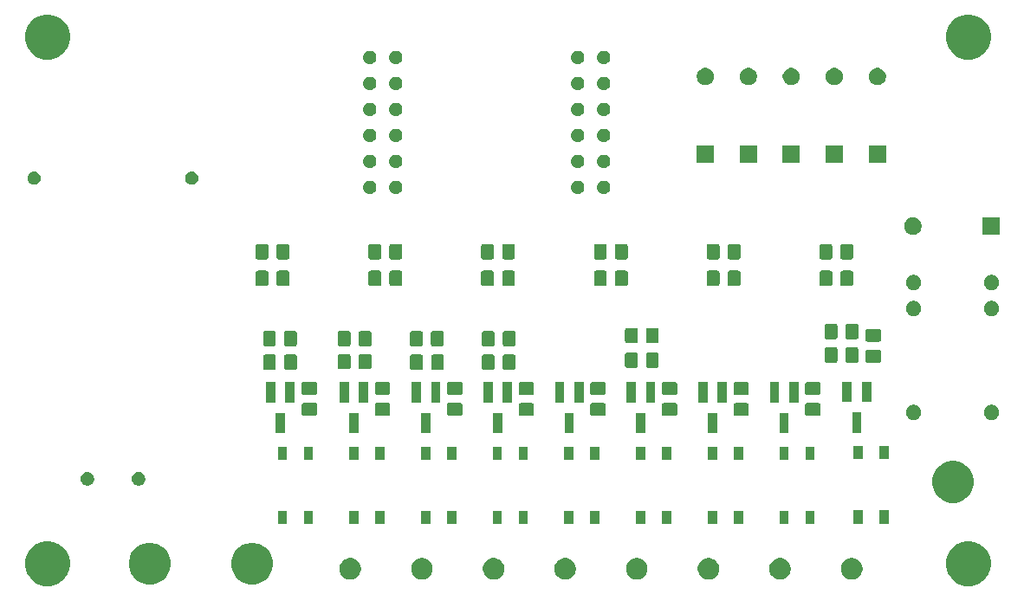
<source format=gbr>
G04 #@! TF.GenerationSoftware,KiCad,Pcbnew,(5.1.5)-3*
G04 #@! TF.CreationDate,2020-04-03T18:33:56+02:00*
G04 #@! TF.ProjectId,Calefacci_n_CC2530,43616c65-6661-4636-9369-f36e5f434332,rev?*
G04 #@! TF.SameCoordinates,Original*
G04 #@! TF.FileFunction,Soldermask,Top*
G04 #@! TF.FilePolarity,Negative*
%FSLAX46Y46*%
G04 Gerber Fmt 4.6, Leading zero omitted, Abs format (unit mm)*
G04 Created by KiCad (PCBNEW (5.1.5)-3) date 2020-04-03 18:33:56*
%MOMM*%
%LPD*%
G04 APERTURE LIST*
%ADD10C,0.100000*%
G04 APERTURE END LIST*
D10*
G36*
X195642007Y-142883582D02*
G01*
X195990225Y-143027819D01*
X196042565Y-143049499D01*
X196403056Y-143290371D01*
X196709629Y-143596944D01*
X196773520Y-143692564D01*
X196950502Y-143957437D01*
X197116418Y-144357993D01*
X197201000Y-144783219D01*
X197201000Y-145216781D01*
X197116418Y-145642007D01*
X196979933Y-145971511D01*
X196950501Y-146042565D01*
X196709629Y-146403056D01*
X196403056Y-146709629D01*
X196042565Y-146950501D01*
X196042564Y-146950502D01*
X196042563Y-146950502D01*
X195642007Y-147116418D01*
X195216781Y-147201000D01*
X194783219Y-147201000D01*
X194357993Y-147116418D01*
X193957437Y-146950502D01*
X193957436Y-146950502D01*
X193957435Y-146950501D01*
X193596944Y-146709629D01*
X193290371Y-146403056D01*
X193049499Y-146042565D01*
X193020067Y-145971511D01*
X192883582Y-145642007D01*
X192799000Y-145216781D01*
X192799000Y-144783219D01*
X192883582Y-144357993D01*
X193049498Y-143957437D01*
X193226480Y-143692564D01*
X193290371Y-143596944D01*
X193596944Y-143290371D01*
X193957435Y-143049499D01*
X194009775Y-143027819D01*
X194357993Y-142883582D01*
X194783219Y-142799000D01*
X195216781Y-142799000D01*
X195642007Y-142883582D01*
G37*
G36*
X105642007Y-142883582D02*
G01*
X105990225Y-143027819D01*
X106042565Y-143049499D01*
X106403056Y-143290371D01*
X106709629Y-143596944D01*
X106773520Y-143692564D01*
X106950502Y-143957437D01*
X107116418Y-144357993D01*
X107201000Y-144783219D01*
X107201000Y-145216781D01*
X107116418Y-145642007D01*
X106979933Y-145971511D01*
X106950501Y-146042565D01*
X106709629Y-146403056D01*
X106403056Y-146709629D01*
X106042565Y-146950501D01*
X106042564Y-146950502D01*
X106042563Y-146950502D01*
X105642007Y-147116418D01*
X105216781Y-147201000D01*
X104783219Y-147201000D01*
X104357993Y-147116418D01*
X103957437Y-146950502D01*
X103957436Y-146950502D01*
X103957435Y-146950501D01*
X103596944Y-146709629D01*
X103290371Y-146403056D01*
X103049499Y-146042565D01*
X103020067Y-145971511D01*
X102883582Y-145642007D01*
X102799000Y-145216781D01*
X102799000Y-144783219D01*
X102883582Y-144357993D01*
X103049498Y-143957437D01*
X103226480Y-143692564D01*
X103290371Y-143596944D01*
X103596944Y-143290371D01*
X103957435Y-143049499D01*
X104009775Y-143027819D01*
X104357993Y-142883582D01*
X104783219Y-142799000D01*
X105216781Y-142799000D01*
X105642007Y-142883582D01*
G37*
G36*
X115598254Y-143027818D02*
G01*
X115971511Y-143182426D01*
X115971513Y-143182427D01*
X116133062Y-143290371D01*
X116307436Y-143406884D01*
X116593116Y-143692564D01*
X116817574Y-144028489D01*
X116972182Y-144401746D01*
X117051000Y-144797993D01*
X117051000Y-145202007D01*
X116972182Y-145598254D01*
X116817574Y-145971511D01*
X116817573Y-145971513D01*
X116593116Y-146307436D01*
X116307436Y-146593116D01*
X115971513Y-146817573D01*
X115971512Y-146817574D01*
X115971511Y-146817574D01*
X115598254Y-146972182D01*
X115202007Y-147051000D01*
X114797993Y-147051000D01*
X114401746Y-146972182D01*
X114028489Y-146817574D01*
X114028488Y-146817574D01*
X114028487Y-146817573D01*
X113692564Y-146593116D01*
X113406884Y-146307436D01*
X113182427Y-145971513D01*
X113182426Y-145971511D01*
X113027818Y-145598254D01*
X112949000Y-145202007D01*
X112949000Y-144797993D01*
X113027818Y-144401746D01*
X113182426Y-144028489D01*
X113406884Y-143692564D01*
X113692564Y-143406884D01*
X113866938Y-143290371D01*
X114028487Y-143182427D01*
X114028489Y-143182426D01*
X114401746Y-143027818D01*
X114797993Y-142949000D01*
X115202007Y-142949000D01*
X115598254Y-143027818D01*
G37*
G36*
X125598254Y-143027818D02*
G01*
X125971511Y-143182426D01*
X125971513Y-143182427D01*
X126133062Y-143290371D01*
X126307436Y-143406884D01*
X126593116Y-143692564D01*
X126817574Y-144028489D01*
X126972182Y-144401746D01*
X127051000Y-144797993D01*
X127051000Y-145202007D01*
X126972182Y-145598254D01*
X126817574Y-145971511D01*
X126817573Y-145971513D01*
X126593116Y-146307436D01*
X126307436Y-146593116D01*
X125971513Y-146817573D01*
X125971512Y-146817574D01*
X125971511Y-146817574D01*
X125598254Y-146972182D01*
X125202007Y-147051000D01*
X124797993Y-147051000D01*
X124401746Y-146972182D01*
X124028489Y-146817574D01*
X124028488Y-146817574D01*
X124028487Y-146817573D01*
X123692564Y-146593116D01*
X123406884Y-146307436D01*
X123182427Y-145971513D01*
X123182426Y-145971511D01*
X123027818Y-145598254D01*
X122949000Y-145202007D01*
X122949000Y-144797993D01*
X123027818Y-144401746D01*
X123182426Y-144028489D01*
X123406884Y-143692564D01*
X123692564Y-143406884D01*
X123866938Y-143290371D01*
X124028487Y-143182427D01*
X124028489Y-143182426D01*
X124401746Y-143027818D01*
X124797993Y-142949000D01*
X125202007Y-142949000D01*
X125598254Y-143027818D01*
G37*
G36*
X183906564Y-144489389D02*
G01*
X184097833Y-144568615D01*
X184097835Y-144568616D01*
X184269973Y-144683635D01*
X184416365Y-144830027D01*
X184531385Y-145002167D01*
X184610611Y-145193436D01*
X184651000Y-145396484D01*
X184651000Y-145603516D01*
X184610611Y-145806564D01*
X184542288Y-145971511D01*
X184531384Y-145997835D01*
X184416365Y-146169973D01*
X184269973Y-146316365D01*
X184097835Y-146431384D01*
X184097834Y-146431385D01*
X184097833Y-146431385D01*
X183906564Y-146510611D01*
X183703516Y-146551000D01*
X183496484Y-146551000D01*
X183293436Y-146510611D01*
X183102167Y-146431385D01*
X183102166Y-146431385D01*
X183102165Y-146431384D01*
X182930027Y-146316365D01*
X182783635Y-146169973D01*
X182668616Y-145997835D01*
X182657712Y-145971511D01*
X182589389Y-145806564D01*
X182549000Y-145603516D01*
X182549000Y-145396484D01*
X182589389Y-145193436D01*
X182668615Y-145002167D01*
X182783635Y-144830027D01*
X182930027Y-144683635D01*
X183102165Y-144568616D01*
X183102167Y-144568615D01*
X183293436Y-144489389D01*
X183496484Y-144449000D01*
X183703516Y-144449000D01*
X183906564Y-144489389D01*
G37*
G36*
X169906564Y-144489389D02*
G01*
X170097833Y-144568615D01*
X170097835Y-144568616D01*
X170269973Y-144683635D01*
X170416365Y-144830027D01*
X170531385Y-145002167D01*
X170610611Y-145193436D01*
X170651000Y-145396484D01*
X170651000Y-145603516D01*
X170610611Y-145806564D01*
X170542288Y-145971511D01*
X170531384Y-145997835D01*
X170416365Y-146169973D01*
X170269973Y-146316365D01*
X170097835Y-146431384D01*
X170097834Y-146431385D01*
X170097833Y-146431385D01*
X169906564Y-146510611D01*
X169703516Y-146551000D01*
X169496484Y-146551000D01*
X169293436Y-146510611D01*
X169102167Y-146431385D01*
X169102166Y-146431385D01*
X169102165Y-146431384D01*
X168930027Y-146316365D01*
X168783635Y-146169973D01*
X168668616Y-145997835D01*
X168657712Y-145971511D01*
X168589389Y-145806564D01*
X168549000Y-145603516D01*
X168549000Y-145396484D01*
X168589389Y-145193436D01*
X168668615Y-145002167D01*
X168783635Y-144830027D01*
X168930027Y-144683635D01*
X169102165Y-144568616D01*
X169102167Y-144568615D01*
X169293436Y-144489389D01*
X169496484Y-144449000D01*
X169703516Y-144449000D01*
X169906564Y-144489389D01*
G37*
G36*
X162906564Y-144489389D02*
G01*
X163097833Y-144568615D01*
X163097835Y-144568616D01*
X163269973Y-144683635D01*
X163416365Y-144830027D01*
X163531385Y-145002167D01*
X163610611Y-145193436D01*
X163651000Y-145396484D01*
X163651000Y-145603516D01*
X163610611Y-145806564D01*
X163542288Y-145971511D01*
X163531384Y-145997835D01*
X163416365Y-146169973D01*
X163269973Y-146316365D01*
X163097835Y-146431384D01*
X163097834Y-146431385D01*
X163097833Y-146431385D01*
X162906564Y-146510611D01*
X162703516Y-146551000D01*
X162496484Y-146551000D01*
X162293436Y-146510611D01*
X162102167Y-146431385D01*
X162102166Y-146431385D01*
X162102165Y-146431384D01*
X161930027Y-146316365D01*
X161783635Y-146169973D01*
X161668616Y-145997835D01*
X161657712Y-145971511D01*
X161589389Y-145806564D01*
X161549000Y-145603516D01*
X161549000Y-145396484D01*
X161589389Y-145193436D01*
X161668615Y-145002167D01*
X161783635Y-144830027D01*
X161930027Y-144683635D01*
X162102165Y-144568616D01*
X162102167Y-144568615D01*
X162293436Y-144489389D01*
X162496484Y-144449000D01*
X162703516Y-144449000D01*
X162906564Y-144489389D01*
G37*
G36*
X155906564Y-144489389D02*
G01*
X156097833Y-144568615D01*
X156097835Y-144568616D01*
X156269973Y-144683635D01*
X156416365Y-144830027D01*
X156531385Y-145002167D01*
X156610611Y-145193436D01*
X156651000Y-145396484D01*
X156651000Y-145603516D01*
X156610611Y-145806564D01*
X156542288Y-145971511D01*
X156531384Y-145997835D01*
X156416365Y-146169973D01*
X156269973Y-146316365D01*
X156097835Y-146431384D01*
X156097834Y-146431385D01*
X156097833Y-146431385D01*
X155906564Y-146510611D01*
X155703516Y-146551000D01*
X155496484Y-146551000D01*
X155293436Y-146510611D01*
X155102167Y-146431385D01*
X155102166Y-146431385D01*
X155102165Y-146431384D01*
X154930027Y-146316365D01*
X154783635Y-146169973D01*
X154668616Y-145997835D01*
X154657712Y-145971511D01*
X154589389Y-145806564D01*
X154549000Y-145603516D01*
X154549000Y-145396484D01*
X154589389Y-145193436D01*
X154668615Y-145002167D01*
X154783635Y-144830027D01*
X154930027Y-144683635D01*
X155102165Y-144568616D01*
X155102167Y-144568615D01*
X155293436Y-144489389D01*
X155496484Y-144449000D01*
X155703516Y-144449000D01*
X155906564Y-144489389D01*
G37*
G36*
X148906564Y-144489389D02*
G01*
X149097833Y-144568615D01*
X149097835Y-144568616D01*
X149269973Y-144683635D01*
X149416365Y-144830027D01*
X149531385Y-145002167D01*
X149610611Y-145193436D01*
X149651000Y-145396484D01*
X149651000Y-145603516D01*
X149610611Y-145806564D01*
X149542288Y-145971511D01*
X149531384Y-145997835D01*
X149416365Y-146169973D01*
X149269973Y-146316365D01*
X149097835Y-146431384D01*
X149097834Y-146431385D01*
X149097833Y-146431385D01*
X148906564Y-146510611D01*
X148703516Y-146551000D01*
X148496484Y-146551000D01*
X148293436Y-146510611D01*
X148102167Y-146431385D01*
X148102166Y-146431385D01*
X148102165Y-146431384D01*
X147930027Y-146316365D01*
X147783635Y-146169973D01*
X147668616Y-145997835D01*
X147657712Y-145971511D01*
X147589389Y-145806564D01*
X147549000Y-145603516D01*
X147549000Y-145396484D01*
X147589389Y-145193436D01*
X147668615Y-145002167D01*
X147783635Y-144830027D01*
X147930027Y-144683635D01*
X148102165Y-144568616D01*
X148102167Y-144568615D01*
X148293436Y-144489389D01*
X148496484Y-144449000D01*
X148703516Y-144449000D01*
X148906564Y-144489389D01*
G37*
G36*
X141906564Y-144489389D02*
G01*
X142097833Y-144568615D01*
X142097835Y-144568616D01*
X142269973Y-144683635D01*
X142416365Y-144830027D01*
X142531385Y-145002167D01*
X142610611Y-145193436D01*
X142651000Y-145396484D01*
X142651000Y-145603516D01*
X142610611Y-145806564D01*
X142542288Y-145971511D01*
X142531384Y-145997835D01*
X142416365Y-146169973D01*
X142269973Y-146316365D01*
X142097835Y-146431384D01*
X142097834Y-146431385D01*
X142097833Y-146431385D01*
X141906564Y-146510611D01*
X141703516Y-146551000D01*
X141496484Y-146551000D01*
X141293436Y-146510611D01*
X141102167Y-146431385D01*
X141102166Y-146431385D01*
X141102165Y-146431384D01*
X140930027Y-146316365D01*
X140783635Y-146169973D01*
X140668616Y-145997835D01*
X140657712Y-145971511D01*
X140589389Y-145806564D01*
X140549000Y-145603516D01*
X140549000Y-145396484D01*
X140589389Y-145193436D01*
X140668615Y-145002167D01*
X140783635Y-144830027D01*
X140930027Y-144683635D01*
X141102165Y-144568616D01*
X141102167Y-144568615D01*
X141293436Y-144489389D01*
X141496484Y-144449000D01*
X141703516Y-144449000D01*
X141906564Y-144489389D01*
G37*
G36*
X134906564Y-144489389D02*
G01*
X135097833Y-144568615D01*
X135097835Y-144568616D01*
X135269973Y-144683635D01*
X135416365Y-144830027D01*
X135531385Y-145002167D01*
X135610611Y-145193436D01*
X135651000Y-145396484D01*
X135651000Y-145603516D01*
X135610611Y-145806564D01*
X135542288Y-145971511D01*
X135531384Y-145997835D01*
X135416365Y-146169973D01*
X135269973Y-146316365D01*
X135097835Y-146431384D01*
X135097834Y-146431385D01*
X135097833Y-146431385D01*
X134906564Y-146510611D01*
X134703516Y-146551000D01*
X134496484Y-146551000D01*
X134293436Y-146510611D01*
X134102167Y-146431385D01*
X134102166Y-146431385D01*
X134102165Y-146431384D01*
X133930027Y-146316365D01*
X133783635Y-146169973D01*
X133668616Y-145997835D01*
X133657712Y-145971511D01*
X133589389Y-145806564D01*
X133549000Y-145603516D01*
X133549000Y-145396484D01*
X133589389Y-145193436D01*
X133668615Y-145002167D01*
X133783635Y-144830027D01*
X133930027Y-144683635D01*
X134102165Y-144568616D01*
X134102167Y-144568615D01*
X134293436Y-144489389D01*
X134496484Y-144449000D01*
X134703516Y-144449000D01*
X134906564Y-144489389D01*
G37*
G36*
X176906564Y-144489389D02*
G01*
X177097833Y-144568615D01*
X177097835Y-144568616D01*
X177269973Y-144683635D01*
X177416365Y-144830027D01*
X177531385Y-145002167D01*
X177610611Y-145193436D01*
X177651000Y-145396484D01*
X177651000Y-145603516D01*
X177610611Y-145806564D01*
X177542288Y-145971511D01*
X177531384Y-145997835D01*
X177416365Y-146169973D01*
X177269973Y-146316365D01*
X177097835Y-146431384D01*
X177097834Y-146431385D01*
X177097833Y-146431385D01*
X176906564Y-146510611D01*
X176703516Y-146551000D01*
X176496484Y-146551000D01*
X176293436Y-146510611D01*
X176102167Y-146431385D01*
X176102166Y-146431385D01*
X176102165Y-146431384D01*
X175930027Y-146316365D01*
X175783635Y-146169973D01*
X175668616Y-145997835D01*
X175657712Y-145971511D01*
X175589389Y-145806564D01*
X175549000Y-145603516D01*
X175549000Y-145396484D01*
X175589389Y-145193436D01*
X175668615Y-145002167D01*
X175783635Y-144830027D01*
X175930027Y-144683635D01*
X176102165Y-144568616D01*
X176102167Y-144568615D01*
X176293436Y-144489389D01*
X176496484Y-144449000D01*
X176703516Y-144449000D01*
X176906564Y-144489389D01*
G37*
G36*
X151959571Y-141151000D02*
G01*
X151057571Y-141151000D01*
X151057571Y-139849000D01*
X151959571Y-139849000D01*
X151959571Y-141151000D01*
G37*
G36*
X156422428Y-141151000D02*
G01*
X155520428Y-141151000D01*
X155520428Y-139849000D01*
X156422428Y-139849000D01*
X156422428Y-141151000D01*
G37*
G36*
X179971000Y-141151000D02*
G01*
X179069000Y-141151000D01*
X179069000Y-139849000D01*
X179971000Y-139849000D01*
X179971000Y-141151000D01*
G37*
G36*
X177431000Y-141151000D02*
G01*
X176529000Y-141151000D01*
X176529000Y-139849000D01*
X177431000Y-139849000D01*
X177431000Y-141151000D01*
G37*
G36*
X170428142Y-141151000D02*
G01*
X169526142Y-141151000D01*
X169526142Y-139849000D01*
X170428142Y-139849000D01*
X170428142Y-141151000D01*
G37*
G36*
X158962428Y-141151000D02*
G01*
X158060428Y-141151000D01*
X158060428Y-139849000D01*
X158962428Y-139849000D01*
X158962428Y-141151000D01*
G37*
G36*
X165965285Y-141151000D02*
G01*
X165063285Y-141151000D01*
X165063285Y-139849000D01*
X165965285Y-139849000D01*
X165965285Y-141151000D01*
G37*
G36*
X149419571Y-141151000D02*
G01*
X148517571Y-141151000D01*
X148517571Y-139849000D01*
X149419571Y-139849000D01*
X149419571Y-141151000D01*
G37*
G36*
X135413857Y-141151000D02*
G01*
X134511857Y-141151000D01*
X134511857Y-139849000D01*
X135413857Y-139849000D01*
X135413857Y-141151000D01*
G37*
G36*
X137953857Y-141151000D02*
G01*
X137051857Y-141151000D01*
X137051857Y-139849000D01*
X137953857Y-139849000D01*
X137953857Y-141151000D01*
G37*
G36*
X142416714Y-141151000D02*
G01*
X141514714Y-141151000D01*
X141514714Y-139849000D01*
X142416714Y-139849000D01*
X142416714Y-141151000D01*
G37*
G36*
X144956714Y-141151000D02*
G01*
X144054714Y-141151000D01*
X144054714Y-139849000D01*
X144956714Y-139849000D01*
X144956714Y-141151000D01*
G37*
G36*
X130951000Y-141151000D02*
G01*
X130049000Y-141151000D01*
X130049000Y-139849000D01*
X130951000Y-139849000D01*
X130951000Y-141151000D01*
G37*
G36*
X128411000Y-141151000D02*
G01*
X127509000Y-141151000D01*
X127509000Y-139849000D01*
X128411000Y-139849000D01*
X128411000Y-141151000D01*
G37*
G36*
X172968142Y-141151000D02*
G01*
X172066142Y-141151000D01*
X172066142Y-139849000D01*
X172968142Y-139849000D01*
X172968142Y-141151000D01*
G37*
G36*
X163425285Y-141151000D02*
G01*
X162523285Y-141151000D01*
X162523285Y-139849000D01*
X163425285Y-139849000D01*
X163425285Y-141151000D01*
G37*
G36*
X184681000Y-141101000D02*
G01*
X183779000Y-141101000D01*
X183779000Y-139799000D01*
X184681000Y-139799000D01*
X184681000Y-141101000D01*
G37*
G36*
X187221000Y-141101000D02*
G01*
X186319000Y-141101000D01*
X186319000Y-139799000D01*
X187221000Y-139799000D01*
X187221000Y-141101000D01*
G37*
G36*
X194098254Y-135027818D02*
G01*
X194471511Y-135182426D01*
X194471513Y-135182427D01*
X194807436Y-135406884D01*
X195093116Y-135692564D01*
X195317574Y-136028489D01*
X195472182Y-136401746D01*
X195551000Y-136797993D01*
X195551000Y-137202007D01*
X195472182Y-137598254D01*
X195317574Y-137971511D01*
X195317573Y-137971513D01*
X195093116Y-138307436D01*
X194807436Y-138593116D01*
X194471513Y-138817573D01*
X194471512Y-138817574D01*
X194471511Y-138817574D01*
X194098254Y-138972182D01*
X193702007Y-139051000D01*
X193297993Y-139051000D01*
X192901746Y-138972182D01*
X192528489Y-138817574D01*
X192528488Y-138817574D01*
X192528487Y-138817573D01*
X192192564Y-138593116D01*
X191906884Y-138307436D01*
X191682427Y-137971513D01*
X191682426Y-137971511D01*
X191527818Y-137598254D01*
X191449000Y-137202007D01*
X191449000Y-136797993D01*
X191527818Y-136401746D01*
X191682426Y-136028489D01*
X191906884Y-135692564D01*
X192192564Y-135406884D01*
X192528487Y-135182427D01*
X192528489Y-135182426D01*
X192901746Y-135027818D01*
X193297993Y-134949000D01*
X193702007Y-134949000D01*
X194098254Y-135027818D01*
G37*
G36*
X109089890Y-136074017D02*
G01*
X109208364Y-136123091D01*
X109314988Y-136194335D01*
X109405665Y-136285012D01*
X109476909Y-136391636D01*
X109525983Y-136510110D01*
X109551000Y-136635882D01*
X109551000Y-136764118D01*
X109525983Y-136889890D01*
X109476909Y-137008364D01*
X109405665Y-137114988D01*
X109314988Y-137205665D01*
X109208364Y-137276909D01*
X109208363Y-137276910D01*
X109208362Y-137276910D01*
X109089890Y-137325983D01*
X108964119Y-137351000D01*
X108835881Y-137351000D01*
X108710110Y-137325983D01*
X108591638Y-137276910D01*
X108591637Y-137276910D01*
X108591636Y-137276909D01*
X108485012Y-137205665D01*
X108394335Y-137114988D01*
X108323091Y-137008364D01*
X108274017Y-136889890D01*
X108249000Y-136764118D01*
X108249000Y-136635882D01*
X108274017Y-136510110D01*
X108323091Y-136391636D01*
X108394335Y-136285012D01*
X108485012Y-136194335D01*
X108591636Y-136123091D01*
X108710110Y-136074017D01*
X108835881Y-136049000D01*
X108964119Y-136049000D01*
X109089890Y-136074017D01*
G37*
G36*
X114089890Y-136074017D02*
G01*
X114208364Y-136123091D01*
X114314988Y-136194335D01*
X114405665Y-136285012D01*
X114476909Y-136391636D01*
X114525983Y-136510110D01*
X114551000Y-136635882D01*
X114551000Y-136764118D01*
X114525983Y-136889890D01*
X114476909Y-137008364D01*
X114405665Y-137114988D01*
X114314988Y-137205665D01*
X114208364Y-137276909D01*
X114208363Y-137276910D01*
X114208362Y-137276910D01*
X114089890Y-137325983D01*
X113964119Y-137351000D01*
X113835881Y-137351000D01*
X113710110Y-137325983D01*
X113591638Y-137276910D01*
X113591637Y-137276910D01*
X113591636Y-137276909D01*
X113485012Y-137205665D01*
X113394335Y-137114988D01*
X113323091Y-137008364D01*
X113274017Y-136889890D01*
X113249000Y-136764118D01*
X113249000Y-136635882D01*
X113274017Y-136510110D01*
X113323091Y-136391636D01*
X113394335Y-136285012D01*
X113485012Y-136194335D01*
X113591636Y-136123091D01*
X113710110Y-136074017D01*
X113835881Y-136049000D01*
X113964119Y-136049000D01*
X114089890Y-136074017D01*
G37*
G36*
X172968142Y-134851000D02*
G01*
X172066142Y-134851000D01*
X172066142Y-133549000D01*
X172968142Y-133549000D01*
X172968142Y-134851000D01*
G37*
G36*
X142416714Y-134851000D02*
G01*
X141514714Y-134851000D01*
X141514714Y-133549000D01*
X142416714Y-133549000D01*
X142416714Y-134851000D01*
G37*
G36*
X177431000Y-134851000D02*
G01*
X176529000Y-134851000D01*
X176529000Y-133549000D01*
X177431000Y-133549000D01*
X177431000Y-134851000D01*
G37*
G36*
X179971000Y-134851000D02*
G01*
X179069000Y-134851000D01*
X179069000Y-133549000D01*
X179971000Y-133549000D01*
X179971000Y-134851000D01*
G37*
G36*
X135413857Y-134851000D02*
G01*
X134511857Y-134851000D01*
X134511857Y-133549000D01*
X135413857Y-133549000D01*
X135413857Y-134851000D01*
G37*
G36*
X137953857Y-134851000D02*
G01*
X137051857Y-134851000D01*
X137051857Y-133549000D01*
X137953857Y-133549000D01*
X137953857Y-134851000D01*
G37*
G36*
X151959571Y-134851000D02*
G01*
X151057571Y-134851000D01*
X151057571Y-133549000D01*
X151959571Y-133549000D01*
X151959571Y-134851000D01*
G37*
G36*
X149419571Y-134851000D02*
G01*
X148517571Y-134851000D01*
X148517571Y-133549000D01*
X149419571Y-133549000D01*
X149419571Y-134851000D01*
G37*
G36*
X128411000Y-134851000D02*
G01*
X127509000Y-134851000D01*
X127509000Y-133549000D01*
X128411000Y-133549000D01*
X128411000Y-134851000D01*
G37*
G36*
X165965285Y-134851000D02*
G01*
X165063285Y-134851000D01*
X165063285Y-133549000D01*
X165965285Y-133549000D01*
X165965285Y-134851000D01*
G37*
G36*
X130951000Y-134851000D02*
G01*
X130049000Y-134851000D01*
X130049000Y-133549000D01*
X130951000Y-133549000D01*
X130951000Y-134851000D01*
G37*
G36*
X163425285Y-134851000D02*
G01*
X162523285Y-134851000D01*
X162523285Y-133549000D01*
X163425285Y-133549000D01*
X163425285Y-134851000D01*
G37*
G36*
X158962428Y-134851000D02*
G01*
X158060428Y-134851000D01*
X158060428Y-133549000D01*
X158962428Y-133549000D01*
X158962428Y-134851000D01*
G37*
G36*
X156422428Y-134851000D02*
G01*
X155520428Y-134851000D01*
X155520428Y-133549000D01*
X156422428Y-133549000D01*
X156422428Y-134851000D01*
G37*
G36*
X144956714Y-134851000D02*
G01*
X144054714Y-134851000D01*
X144054714Y-133549000D01*
X144956714Y-133549000D01*
X144956714Y-134851000D01*
G37*
G36*
X170428142Y-134851000D02*
G01*
X169526142Y-134851000D01*
X169526142Y-133549000D01*
X170428142Y-133549000D01*
X170428142Y-134851000D01*
G37*
G36*
X184681000Y-134801000D02*
G01*
X183779000Y-134801000D01*
X183779000Y-133499000D01*
X184681000Y-133499000D01*
X184681000Y-134801000D01*
G37*
G36*
X187221000Y-134801000D02*
G01*
X186319000Y-134801000D01*
X186319000Y-133499000D01*
X187221000Y-133499000D01*
X187221000Y-134801000D01*
G37*
G36*
X135401000Y-132251000D02*
G01*
X134499000Y-132251000D01*
X134499000Y-130249000D01*
X135401000Y-130249000D01*
X135401000Y-132251000D01*
G37*
G36*
X170451000Y-132251000D02*
G01*
X169549000Y-132251000D01*
X169549000Y-130249000D01*
X170451000Y-130249000D01*
X170451000Y-132251000D01*
G37*
G36*
X177451000Y-132251000D02*
G01*
X176549000Y-132251000D01*
X176549000Y-130249000D01*
X177451000Y-130249000D01*
X177451000Y-132251000D01*
G37*
G36*
X128201000Y-132251000D02*
G01*
X127299000Y-132251000D01*
X127299000Y-130249000D01*
X128201000Y-130249000D01*
X128201000Y-132251000D01*
G37*
G36*
X142451000Y-132251000D02*
G01*
X141549000Y-132251000D01*
X141549000Y-130249000D01*
X142451000Y-130249000D01*
X142451000Y-132251000D01*
G37*
G36*
X156451000Y-132251000D02*
G01*
X155549000Y-132251000D01*
X155549000Y-130249000D01*
X156451000Y-130249000D01*
X156451000Y-132251000D01*
G37*
G36*
X149451000Y-132251000D02*
G01*
X148549000Y-132251000D01*
X148549000Y-130249000D01*
X149451000Y-130249000D01*
X149451000Y-132251000D01*
G37*
G36*
X163451000Y-132251000D02*
G01*
X162549000Y-132251000D01*
X162549000Y-130249000D01*
X163451000Y-130249000D01*
X163451000Y-132251000D01*
G37*
G36*
X184551000Y-132201000D02*
G01*
X183649000Y-132201000D01*
X183649000Y-130199000D01*
X184551000Y-130199000D01*
X184551000Y-132201000D01*
G37*
G36*
X197479059Y-129477860D02*
G01*
X197576147Y-129518075D01*
X197615732Y-129534472D01*
X197738735Y-129616660D01*
X197843340Y-129721265D01*
X197843341Y-129721267D01*
X197925529Y-129844270D01*
X197982140Y-129980941D01*
X198011000Y-130126032D01*
X198011000Y-130273968D01*
X197982140Y-130419059D01*
X197929655Y-130545770D01*
X197925528Y-130555732D01*
X197843340Y-130678735D01*
X197738735Y-130783340D01*
X197615732Y-130865528D01*
X197615731Y-130865529D01*
X197615730Y-130865529D01*
X197479059Y-130922140D01*
X197333968Y-130951000D01*
X197186032Y-130951000D01*
X197040941Y-130922140D01*
X196904270Y-130865529D01*
X196904269Y-130865529D01*
X196904268Y-130865528D01*
X196781265Y-130783340D01*
X196676660Y-130678735D01*
X196594472Y-130555732D01*
X196590346Y-130545770D01*
X196537860Y-130419059D01*
X196509000Y-130273968D01*
X196509000Y-130126032D01*
X196537860Y-129980941D01*
X196594471Y-129844270D01*
X196676659Y-129721267D01*
X196676660Y-129721265D01*
X196781265Y-129616660D01*
X196904268Y-129534472D01*
X196943854Y-129518075D01*
X197040941Y-129477860D01*
X197186032Y-129449000D01*
X197333968Y-129449000D01*
X197479059Y-129477860D01*
G37*
G36*
X189859059Y-129477860D02*
G01*
X189956147Y-129518075D01*
X189995732Y-129534472D01*
X190118735Y-129616660D01*
X190223340Y-129721265D01*
X190223341Y-129721267D01*
X190305529Y-129844270D01*
X190362140Y-129980941D01*
X190391000Y-130126032D01*
X190391000Y-130273968D01*
X190362140Y-130419059D01*
X190309655Y-130545770D01*
X190305528Y-130555732D01*
X190223340Y-130678735D01*
X190118735Y-130783340D01*
X189995732Y-130865528D01*
X189995731Y-130865529D01*
X189995730Y-130865529D01*
X189859059Y-130922140D01*
X189713968Y-130951000D01*
X189566032Y-130951000D01*
X189420941Y-130922140D01*
X189284270Y-130865529D01*
X189284269Y-130865529D01*
X189284268Y-130865528D01*
X189161265Y-130783340D01*
X189056660Y-130678735D01*
X188974472Y-130555732D01*
X188970346Y-130545770D01*
X188917860Y-130419059D01*
X188889000Y-130273968D01*
X188889000Y-130126032D01*
X188917860Y-129980941D01*
X188974471Y-129844270D01*
X189056659Y-129721267D01*
X189056660Y-129721265D01*
X189161265Y-129616660D01*
X189284268Y-129534472D01*
X189323854Y-129518075D01*
X189420941Y-129477860D01*
X189566032Y-129449000D01*
X189713968Y-129449000D01*
X189859059Y-129477860D01*
G37*
G36*
X166388674Y-129303465D02*
G01*
X166426367Y-129314899D01*
X166461103Y-129333466D01*
X166491548Y-129358452D01*
X166516534Y-129388897D01*
X166535101Y-129423633D01*
X166546535Y-129461326D01*
X166551000Y-129506661D01*
X166551000Y-130343339D01*
X166546535Y-130388674D01*
X166535101Y-130426367D01*
X166516534Y-130461103D01*
X166491548Y-130491548D01*
X166461103Y-130516534D01*
X166426367Y-130535101D01*
X166388674Y-130546535D01*
X166343339Y-130551000D01*
X165256661Y-130551000D01*
X165211326Y-130546535D01*
X165173633Y-130535101D01*
X165138897Y-130516534D01*
X165108452Y-130491548D01*
X165083466Y-130461103D01*
X165064899Y-130426367D01*
X165053465Y-130388674D01*
X165049000Y-130343339D01*
X165049000Y-129506661D01*
X165053465Y-129461326D01*
X165064899Y-129423633D01*
X165083466Y-129388897D01*
X165108452Y-129358452D01*
X165138897Y-129333466D01*
X165173633Y-129314899D01*
X165211326Y-129303465D01*
X165256661Y-129299000D01*
X166343339Y-129299000D01*
X166388674Y-129303465D01*
G37*
G36*
X159388674Y-129303465D02*
G01*
X159426367Y-129314899D01*
X159461103Y-129333466D01*
X159491548Y-129358452D01*
X159516534Y-129388897D01*
X159535101Y-129423633D01*
X159546535Y-129461326D01*
X159551000Y-129506661D01*
X159551000Y-130343339D01*
X159546535Y-130388674D01*
X159535101Y-130426367D01*
X159516534Y-130461103D01*
X159491548Y-130491548D01*
X159461103Y-130516534D01*
X159426367Y-130535101D01*
X159388674Y-130546535D01*
X159343339Y-130551000D01*
X158256661Y-130551000D01*
X158211326Y-130546535D01*
X158173633Y-130535101D01*
X158138897Y-130516534D01*
X158108452Y-130491548D01*
X158083466Y-130461103D01*
X158064899Y-130426367D01*
X158053465Y-130388674D01*
X158049000Y-130343339D01*
X158049000Y-129506661D01*
X158053465Y-129461326D01*
X158064899Y-129423633D01*
X158083466Y-129388897D01*
X158108452Y-129358452D01*
X158138897Y-129333466D01*
X158173633Y-129314899D01*
X158211326Y-129303465D01*
X158256661Y-129299000D01*
X159343339Y-129299000D01*
X159388674Y-129303465D01*
G37*
G36*
X173388674Y-129303465D02*
G01*
X173426367Y-129314899D01*
X173461103Y-129333466D01*
X173491548Y-129358452D01*
X173516534Y-129388897D01*
X173535101Y-129423633D01*
X173546535Y-129461326D01*
X173551000Y-129506661D01*
X173551000Y-130343339D01*
X173546535Y-130388674D01*
X173535101Y-130426367D01*
X173516534Y-130461103D01*
X173491548Y-130491548D01*
X173461103Y-130516534D01*
X173426367Y-130535101D01*
X173388674Y-130546535D01*
X173343339Y-130551000D01*
X172256661Y-130551000D01*
X172211326Y-130546535D01*
X172173633Y-130535101D01*
X172138897Y-130516534D01*
X172108452Y-130491548D01*
X172083466Y-130461103D01*
X172064899Y-130426367D01*
X172053465Y-130388674D01*
X172049000Y-130343339D01*
X172049000Y-129506661D01*
X172053465Y-129461326D01*
X172064899Y-129423633D01*
X172083466Y-129388897D01*
X172108452Y-129358452D01*
X172138897Y-129333466D01*
X172173633Y-129314899D01*
X172211326Y-129303465D01*
X172256661Y-129299000D01*
X173343339Y-129299000D01*
X173388674Y-129303465D01*
G37*
G36*
X152388674Y-129303465D02*
G01*
X152426367Y-129314899D01*
X152461103Y-129333466D01*
X152491548Y-129358452D01*
X152516534Y-129388897D01*
X152535101Y-129423633D01*
X152546535Y-129461326D01*
X152551000Y-129506661D01*
X152551000Y-130343339D01*
X152546535Y-130388674D01*
X152535101Y-130426367D01*
X152516534Y-130461103D01*
X152491548Y-130491548D01*
X152461103Y-130516534D01*
X152426367Y-130535101D01*
X152388674Y-130546535D01*
X152343339Y-130551000D01*
X151256661Y-130551000D01*
X151211326Y-130546535D01*
X151173633Y-130535101D01*
X151138897Y-130516534D01*
X151108452Y-130491548D01*
X151083466Y-130461103D01*
X151064899Y-130426367D01*
X151053465Y-130388674D01*
X151049000Y-130343339D01*
X151049000Y-129506661D01*
X151053465Y-129461326D01*
X151064899Y-129423633D01*
X151083466Y-129388897D01*
X151108452Y-129358452D01*
X151138897Y-129333466D01*
X151173633Y-129314899D01*
X151211326Y-129303465D01*
X151256661Y-129299000D01*
X152343339Y-129299000D01*
X152388674Y-129303465D01*
G37*
G36*
X180388674Y-129303465D02*
G01*
X180426367Y-129314899D01*
X180461103Y-129333466D01*
X180491548Y-129358452D01*
X180516534Y-129388897D01*
X180535101Y-129423633D01*
X180546535Y-129461326D01*
X180551000Y-129506661D01*
X180551000Y-130343339D01*
X180546535Y-130388674D01*
X180535101Y-130426367D01*
X180516534Y-130461103D01*
X180491548Y-130491548D01*
X180461103Y-130516534D01*
X180426367Y-130535101D01*
X180388674Y-130546535D01*
X180343339Y-130551000D01*
X179256661Y-130551000D01*
X179211326Y-130546535D01*
X179173633Y-130535101D01*
X179138897Y-130516534D01*
X179108452Y-130491548D01*
X179083466Y-130461103D01*
X179064899Y-130426367D01*
X179053465Y-130388674D01*
X179049000Y-130343339D01*
X179049000Y-129506661D01*
X179053465Y-129461326D01*
X179064899Y-129423633D01*
X179083466Y-129388897D01*
X179108452Y-129358452D01*
X179138897Y-129333466D01*
X179173633Y-129314899D01*
X179211326Y-129303465D01*
X179256661Y-129299000D01*
X180343339Y-129299000D01*
X180388674Y-129303465D01*
G37*
G36*
X138338674Y-129278465D02*
G01*
X138376367Y-129289899D01*
X138411103Y-129308466D01*
X138441548Y-129333452D01*
X138466534Y-129363897D01*
X138485101Y-129398633D01*
X138496535Y-129436326D01*
X138501000Y-129481661D01*
X138501000Y-130318339D01*
X138496535Y-130363674D01*
X138485101Y-130401367D01*
X138466534Y-130436103D01*
X138441548Y-130466548D01*
X138411103Y-130491534D01*
X138376367Y-130510101D01*
X138338674Y-130521535D01*
X138293339Y-130526000D01*
X137206661Y-130526000D01*
X137161326Y-130521535D01*
X137123633Y-130510101D01*
X137088897Y-130491534D01*
X137058452Y-130466548D01*
X137033466Y-130436103D01*
X137014899Y-130401367D01*
X137003465Y-130363674D01*
X136999000Y-130318339D01*
X136999000Y-129481661D01*
X137003465Y-129436326D01*
X137014899Y-129398633D01*
X137033466Y-129363897D01*
X137058452Y-129333452D01*
X137088897Y-129308466D01*
X137123633Y-129289899D01*
X137161326Y-129278465D01*
X137206661Y-129274000D01*
X138293339Y-129274000D01*
X138338674Y-129278465D01*
G37*
G36*
X145388674Y-129278465D02*
G01*
X145426367Y-129289899D01*
X145461103Y-129308466D01*
X145491548Y-129333452D01*
X145516534Y-129363897D01*
X145535101Y-129398633D01*
X145546535Y-129436326D01*
X145551000Y-129481661D01*
X145551000Y-130318339D01*
X145546535Y-130363674D01*
X145535101Y-130401367D01*
X145516534Y-130436103D01*
X145491548Y-130466548D01*
X145461103Y-130491534D01*
X145426367Y-130510101D01*
X145388674Y-130521535D01*
X145343339Y-130526000D01*
X144256661Y-130526000D01*
X144211326Y-130521535D01*
X144173633Y-130510101D01*
X144138897Y-130491534D01*
X144108452Y-130466548D01*
X144083466Y-130436103D01*
X144064899Y-130401367D01*
X144053465Y-130363674D01*
X144049000Y-130318339D01*
X144049000Y-129481661D01*
X144053465Y-129436326D01*
X144064899Y-129398633D01*
X144083466Y-129363897D01*
X144108452Y-129333452D01*
X144138897Y-129308466D01*
X144173633Y-129289899D01*
X144211326Y-129278465D01*
X144256661Y-129274000D01*
X145343339Y-129274000D01*
X145388674Y-129278465D01*
G37*
G36*
X131188674Y-129278465D02*
G01*
X131226367Y-129289899D01*
X131261103Y-129308466D01*
X131291548Y-129333452D01*
X131316534Y-129363897D01*
X131335101Y-129398633D01*
X131346535Y-129436326D01*
X131351000Y-129481661D01*
X131351000Y-130318339D01*
X131346535Y-130363674D01*
X131335101Y-130401367D01*
X131316534Y-130436103D01*
X131291548Y-130466548D01*
X131261103Y-130491534D01*
X131226367Y-130510101D01*
X131188674Y-130521535D01*
X131143339Y-130526000D01*
X130056661Y-130526000D01*
X130011326Y-130521535D01*
X129973633Y-130510101D01*
X129938897Y-130491534D01*
X129908452Y-130466548D01*
X129883466Y-130436103D01*
X129864899Y-130401367D01*
X129853465Y-130363674D01*
X129849000Y-130318339D01*
X129849000Y-129481661D01*
X129853465Y-129436326D01*
X129864899Y-129398633D01*
X129883466Y-129363897D01*
X129908452Y-129333452D01*
X129938897Y-129308466D01*
X129973633Y-129289899D01*
X130011326Y-129278465D01*
X130056661Y-129274000D01*
X131143339Y-129274000D01*
X131188674Y-129278465D01*
G37*
G36*
X155501000Y-129251000D02*
G01*
X154599000Y-129251000D01*
X154599000Y-127249000D01*
X155501000Y-127249000D01*
X155501000Y-129251000D01*
G37*
G36*
X171401000Y-129251000D02*
G01*
X170499000Y-129251000D01*
X170499000Y-127249000D01*
X171401000Y-127249000D01*
X171401000Y-129251000D01*
G37*
G36*
X178401000Y-129251000D02*
G01*
X177499000Y-129251000D01*
X177499000Y-127249000D01*
X178401000Y-127249000D01*
X178401000Y-129251000D01*
G37*
G36*
X176501000Y-129251000D02*
G01*
X175599000Y-129251000D01*
X175599000Y-127249000D01*
X176501000Y-127249000D01*
X176501000Y-129251000D01*
G37*
G36*
X127251000Y-129251000D02*
G01*
X126349000Y-129251000D01*
X126349000Y-127249000D01*
X127251000Y-127249000D01*
X127251000Y-129251000D01*
G37*
G36*
X129151000Y-129251000D02*
G01*
X128249000Y-129251000D01*
X128249000Y-127249000D01*
X129151000Y-127249000D01*
X129151000Y-129251000D01*
G37*
G36*
X134451000Y-129251000D02*
G01*
X133549000Y-129251000D01*
X133549000Y-127249000D01*
X134451000Y-127249000D01*
X134451000Y-129251000D01*
G37*
G36*
X136351000Y-129251000D02*
G01*
X135449000Y-129251000D01*
X135449000Y-127249000D01*
X136351000Y-127249000D01*
X136351000Y-129251000D01*
G37*
G36*
X141501000Y-129251000D02*
G01*
X140599000Y-129251000D01*
X140599000Y-127249000D01*
X141501000Y-127249000D01*
X141501000Y-129251000D01*
G37*
G36*
X143401000Y-129251000D02*
G01*
X142499000Y-129251000D01*
X142499000Y-127249000D01*
X143401000Y-127249000D01*
X143401000Y-129251000D01*
G37*
G36*
X148501000Y-129251000D02*
G01*
X147599000Y-129251000D01*
X147599000Y-127249000D01*
X148501000Y-127249000D01*
X148501000Y-129251000D01*
G37*
G36*
X150401000Y-129251000D02*
G01*
X149499000Y-129251000D01*
X149499000Y-127249000D01*
X150401000Y-127249000D01*
X150401000Y-129251000D01*
G37*
G36*
X157401000Y-129251000D02*
G01*
X156499000Y-129251000D01*
X156499000Y-127249000D01*
X157401000Y-127249000D01*
X157401000Y-129251000D01*
G37*
G36*
X169501000Y-129251000D02*
G01*
X168599000Y-129251000D01*
X168599000Y-127249000D01*
X169501000Y-127249000D01*
X169501000Y-129251000D01*
G37*
G36*
X162501000Y-129251000D02*
G01*
X161599000Y-129251000D01*
X161599000Y-127249000D01*
X162501000Y-127249000D01*
X162501000Y-129251000D01*
G37*
G36*
X164401000Y-129251000D02*
G01*
X163499000Y-129251000D01*
X163499000Y-127249000D01*
X164401000Y-127249000D01*
X164401000Y-129251000D01*
G37*
G36*
X183601000Y-129201000D02*
G01*
X182699000Y-129201000D01*
X182699000Y-127199000D01*
X183601000Y-127199000D01*
X183601000Y-129201000D01*
G37*
G36*
X185501000Y-129201000D02*
G01*
X184599000Y-129201000D01*
X184599000Y-127199000D01*
X185501000Y-127199000D01*
X185501000Y-129201000D01*
G37*
G36*
X173388674Y-127253465D02*
G01*
X173426367Y-127264899D01*
X173461103Y-127283466D01*
X173491548Y-127308452D01*
X173516534Y-127338897D01*
X173535101Y-127373633D01*
X173546535Y-127411326D01*
X173551000Y-127456661D01*
X173551000Y-128293339D01*
X173546535Y-128338674D01*
X173535101Y-128376367D01*
X173516534Y-128411103D01*
X173491548Y-128441548D01*
X173461103Y-128466534D01*
X173426367Y-128485101D01*
X173388674Y-128496535D01*
X173343339Y-128501000D01*
X172256661Y-128501000D01*
X172211326Y-128496535D01*
X172173633Y-128485101D01*
X172138897Y-128466534D01*
X172108452Y-128441548D01*
X172083466Y-128411103D01*
X172064899Y-128376367D01*
X172053465Y-128338674D01*
X172049000Y-128293339D01*
X172049000Y-127456661D01*
X172053465Y-127411326D01*
X172064899Y-127373633D01*
X172083466Y-127338897D01*
X172108452Y-127308452D01*
X172138897Y-127283466D01*
X172173633Y-127264899D01*
X172211326Y-127253465D01*
X172256661Y-127249000D01*
X173343339Y-127249000D01*
X173388674Y-127253465D01*
G37*
G36*
X159388674Y-127253465D02*
G01*
X159426367Y-127264899D01*
X159461103Y-127283466D01*
X159491548Y-127308452D01*
X159516534Y-127338897D01*
X159535101Y-127373633D01*
X159546535Y-127411326D01*
X159551000Y-127456661D01*
X159551000Y-128293339D01*
X159546535Y-128338674D01*
X159535101Y-128376367D01*
X159516534Y-128411103D01*
X159491548Y-128441548D01*
X159461103Y-128466534D01*
X159426367Y-128485101D01*
X159388674Y-128496535D01*
X159343339Y-128501000D01*
X158256661Y-128501000D01*
X158211326Y-128496535D01*
X158173633Y-128485101D01*
X158138897Y-128466534D01*
X158108452Y-128441548D01*
X158083466Y-128411103D01*
X158064899Y-128376367D01*
X158053465Y-128338674D01*
X158049000Y-128293339D01*
X158049000Y-127456661D01*
X158053465Y-127411326D01*
X158064899Y-127373633D01*
X158083466Y-127338897D01*
X158108452Y-127308452D01*
X158138897Y-127283466D01*
X158173633Y-127264899D01*
X158211326Y-127253465D01*
X158256661Y-127249000D01*
X159343339Y-127249000D01*
X159388674Y-127253465D01*
G37*
G36*
X180388674Y-127253465D02*
G01*
X180426367Y-127264899D01*
X180461103Y-127283466D01*
X180491548Y-127308452D01*
X180516534Y-127338897D01*
X180535101Y-127373633D01*
X180546535Y-127411326D01*
X180551000Y-127456661D01*
X180551000Y-128293339D01*
X180546535Y-128338674D01*
X180535101Y-128376367D01*
X180516534Y-128411103D01*
X180491548Y-128441548D01*
X180461103Y-128466534D01*
X180426367Y-128485101D01*
X180388674Y-128496535D01*
X180343339Y-128501000D01*
X179256661Y-128501000D01*
X179211326Y-128496535D01*
X179173633Y-128485101D01*
X179138897Y-128466534D01*
X179108452Y-128441548D01*
X179083466Y-128411103D01*
X179064899Y-128376367D01*
X179053465Y-128338674D01*
X179049000Y-128293339D01*
X179049000Y-127456661D01*
X179053465Y-127411326D01*
X179064899Y-127373633D01*
X179083466Y-127338897D01*
X179108452Y-127308452D01*
X179138897Y-127283466D01*
X179173633Y-127264899D01*
X179211326Y-127253465D01*
X179256661Y-127249000D01*
X180343339Y-127249000D01*
X180388674Y-127253465D01*
G37*
G36*
X152388674Y-127253465D02*
G01*
X152426367Y-127264899D01*
X152461103Y-127283466D01*
X152491548Y-127308452D01*
X152516534Y-127338897D01*
X152535101Y-127373633D01*
X152546535Y-127411326D01*
X152551000Y-127456661D01*
X152551000Y-128293339D01*
X152546535Y-128338674D01*
X152535101Y-128376367D01*
X152516534Y-128411103D01*
X152491548Y-128441548D01*
X152461103Y-128466534D01*
X152426367Y-128485101D01*
X152388674Y-128496535D01*
X152343339Y-128501000D01*
X151256661Y-128501000D01*
X151211326Y-128496535D01*
X151173633Y-128485101D01*
X151138897Y-128466534D01*
X151108452Y-128441548D01*
X151083466Y-128411103D01*
X151064899Y-128376367D01*
X151053465Y-128338674D01*
X151049000Y-128293339D01*
X151049000Y-127456661D01*
X151053465Y-127411326D01*
X151064899Y-127373633D01*
X151083466Y-127338897D01*
X151108452Y-127308452D01*
X151138897Y-127283466D01*
X151173633Y-127264899D01*
X151211326Y-127253465D01*
X151256661Y-127249000D01*
X152343339Y-127249000D01*
X152388674Y-127253465D01*
G37*
G36*
X166388674Y-127253465D02*
G01*
X166426367Y-127264899D01*
X166461103Y-127283466D01*
X166491548Y-127308452D01*
X166516534Y-127338897D01*
X166535101Y-127373633D01*
X166546535Y-127411326D01*
X166551000Y-127456661D01*
X166551000Y-128293339D01*
X166546535Y-128338674D01*
X166535101Y-128376367D01*
X166516534Y-128411103D01*
X166491548Y-128441548D01*
X166461103Y-128466534D01*
X166426367Y-128485101D01*
X166388674Y-128496535D01*
X166343339Y-128501000D01*
X165256661Y-128501000D01*
X165211326Y-128496535D01*
X165173633Y-128485101D01*
X165138897Y-128466534D01*
X165108452Y-128441548D01*
X165083466Y-128411103D01*
X165064899Y-128376367D01*
X165053465Y-128338674D01*
X165049000Y-128293339D01*
X165049000Y-127456661D01*
X165053465Y-127411326D01*
X165064899Y-127373633D01*
X165083466Y-127338897D01*
X165108452Y-127308452D01*
X165138897Y-127283466D01*
X165173633Y-127264899D01*
X165211326Y-127253465D01*
X165256661Y-127249000D01*
X166343339Y-127249000D01*
X166388674Y-127253465D01*
G37*
G36*
X138338674Y-127228465D02*
G01*
X138376367Y-127239899D01*
X138411103Y-127258466D01*
X138441548Y-127283452D01*
X138466534Y-127313897D01*
X138485101Y-127348633D01*
X138496535Y-127386326D01*
X138501000Y-127431661D01*
X138501000Y-128268339D01*
X138496535Y-128313674D01*
X138485101Y-128351367D01*
X138466534Y-128386103D01*
X138441548Y-128416548D01*
X138411103Y-128441534D01*
X138376367Y-128460101D01*
X138338674Y-128471535D01*
X138293339Y-128476000D01*
X137206661Y-128476000D01*
X137161326Y-128471535D01*
X137123633Y-128460101D01*
X137088897Y-128441534D01*
X137058452Y-128416548D01*
X137033466Y-128386103D01*
X137014899Y-128351367D01*
X137003465Y-128313674D01*
X136999000Y-128268339D01*
X136999000Y-127431661D01*
X137003465Y-127386326D01*
X137014899Y-127348633D01*
X137033466Y-127313897D01*
X137058452Y-127283452D01*
X137088897Y-127258466D01*
X137123633Y-127239899D01*
X137161326Y-127228465D01*
X137206661Y-127224000D01*
X138293339Y-127224000D01*
X138338674Y-127228465D01*
G37*
G36*
X131188674Y-127228465D02*
G01*
X131226367Y-127239899D01*
X131261103Y-127258466D01*
X131291548Y-127283452D01*
X131316534Y-127313897D01*
X131335101Y-127348633D01*
X131346535Y-127386326D01*
X131351000Y-127431661D01*
X131351000Y-128268339D01*
X131346535Y-128313674D01*
X131335101Y-128351367D01*
X131316534Y-128386103D01*
X131291548Y-128416548D01*
X131261103Y-128441534D01*
X131226367Y-128460101D01*
X131188674Y-128471535D01*
X131143339Y-128476000D01*
X130056661Y-128476000D01*
X130011326Y-128471535D01*
X129973633Y-128460101D01*
X129938897Y-128441534D01*
X129908452Y-128416548D01*
X129883466Y-128386103D01*
X129864899Y-128351367D01*
X129853465Y-128313674D01*
X129849000Y-128268339D01*
X129849000Y-127431661D01*
X129853465Y-127386326D01*
X129864899Y-127348633D01*
X129883466Y-127313897D01*
X129908452Y-127283452D01*
X129938897Y-127258466D01*
X129973633Y-127239899D01*
X130011326Y-127228465D01*
X130056661Y-127224000D01*
X131143339Y-127224000D01*
X131188674Y-127228465D01*
G37*
G36*
X145388674Y-127228465D02*
G01*
X145426367Y-127239899D01*
X145461103Y-127258466D01*
X145491548Y-127283452D01*
X145516534Y-127313897D01*
X145535101Y-127348633D01*
X145546535Y-127386326D01*
X145551000Y-127431661D01*
X145551000Y-128268339D01*
X145546535Y-128313674D01*
X145535101Y-128351367D01*
X145516534Y-128386103D01*
X145491548Y-128416548D01*
X145461103Y-128441534D01*
X145426367Y-128460101D01*
X145388674Y-128471535D01*
X145343339Y-128476000D01*
X144256661Y-128476000D01*
X144211326Y-128471535D01*
X144173633Y-128460101D01*
X144138897Y-128441534D01*
X144108452Y-128416548D01*
X144083466Y-128386103D01*
X144064899Y-128351367D01*
X144053465Y-128313674D01*
X144049000Y-128268339D01*
X144049000Y-127431661D01*
X144053465Y-127386326D01*
X144064899Y-127348633D01*
X144083466Y-127313897D01*
X144108452Y-127283452D01*
X144138897Y-127258466D01*
X144173633Y-127239899D01*
X144211326Y-127228465D01*
X144256661Y-127224000D01*
X145343339Y-127224000D01*
X145388674Y-127228465D01*
G37*
G36*
X148538674Y-124553465D02*
G01*
X148576367Y-124564899D01*
X148611103Y-124583466D01*
X148641548Y-124608452D01*
X148666534Y-124638897D01*
X148685101Y-124673633D01*
X148696535Y-124711326D01*
X148701000Y-124756661D01*
X148701000Y-125843339D01*
X148696535Y-125888674D01*
X148685101Y-125926367D01*
X148666534Y-125961103D01*
X148641548Y-125991548D01*
X148611103Y-126016534D01*
X148576367Y-126035101D01*
X148538674Y-126046535D01*
X148493339Y-126051000D01*
X147656661Y-126051000D01*
X147611326Y-126046535D01*
X147573633Y-126035101D01*
X147538897Y-126016534D01*
X147508452Y-125991548D01*
X147483466Y-125961103D01*
X147464899Y-125926367D01*
X147453465Y-125888674D01*
X147449000Y-125843339D01*
X147449000Y-124756661D01*
X147453465Y-124711326D01*
X147464899Y-124673633D01*
X147483466Y-124638897D01*
X147508452Y-124608452D01*
X147538897Y-124583466D01*
X147573633Y-124564899D01*
X147611326Y-124553465D01*
X147656661Y-124549000D01*
X148493339Y-124549000D01*
X148538674Y-124553465D01*
G37*
G36*
X143588674Y-124553465D02*
G01*
X143626367Y-124564899D01*
X143661103Y-124583466D01*
X143691548Y-124608452D01*
X143716534Y-124638897D01*
X143735101Y-124673633D01*
X143746535Y-124711326D01*
X143751000Y-124756661D01*
X143751000Y-125843339D01*
X143746535Y-125888674D01*
X143735101Y-125926367D01*
X143716534Y-125961103D01*
X143691548Y-125991548D01*
X143661103Y-126016534D01*
X143626367Y-126035101D01*
X143588674Y-126046535D01*
X143543339Y-126051000D01*
X142706661Y-126051000D01*
X142661326Y-126046535D01*
X142623633Y-126035101D01*
X142588897Y-126016534D01*
X142558452Y-125991548D01*
X142533466Y-125961103D01*
X142514899Y-125926367D01*
X142503465Y-125888674D01*
X142499000Y-125843339D01*
X142499000Y-124756661D01*
X142503465Y-124711326D01*
X142514899Y-124673633D01*
X142533466Y-124638897D01*
X142558452Y-124608452D01*
X142588897Y-124583466D01*
X142623633Y-124564899D01*
X142661326Y-124553465D01*
X142706661Y-124549000D01*
X143543339Y-124549000D01*
X143588674Y-124553465D01*
G37*
G36*
X141538674Y-124553465D02*
G01*
X141576367Y-124564899D01*
X141611103Y-124583466D01*
X141641548Y-124608452D01*
X141666534Y-124638897D01*
X141685101Y-124673633D01*
X141696535Y-124711326D01*
X141701000Y-124756661D01*
X141701000Y-125843339D01*
X141696535Y-125888674D01*
X141685101Y-125926367D01*
X141666534Y-125961103D01*
X141641548Y-125991548D01*
X141611103Y-126016534D01*
X141576367Y-126035101D01*
X141538674Y-126046535D01*
X141493339Y-126051000D01*
X140656661Y-126051000D01*
X140611326Y-126046535D01*
X140573633Y-126035101D01*
X140538897Y-126016534D01*
X140508452Y-125991548D01*
X140483466Y-125961103D01*
X140464899Y-125926367D01*
X140453465Y-125888674D01*
X140449000Y-125843339D01*
X140449000Y-124756661D01*
X140453465Y-124711326D01*
X140464899Y-124673633D01*
X140483466Y-124638897D01*
X140508452Y-124608452D01*
X140538897Y-124583466D01*
X140573633Y-124564899D01*
X140611326Y-124553465D01*
X140656661Y-124549000D01*
X141493339Y-124549000D01*
X141538674Y-124553465D01*
G37*
G36*
X127163674Y-124553465D02*
G01*
X127201367Y-124564899D01*
X127236103Y-124583466D01*
X127266548Y-124608452D01*
X127291534Y-124638897D01*
X127310101Y-124673633D01*
X127321535Y-124711326D01*
X127326000Y-124756661D01*
X127326000Y-125843339D01*
X127321535Y-125888674D01*
X127310101Y-125926367D01*
X127291534Y-125961103D01*
X127266548Y-125991548D01*
X127236103Y-126016534D01*
X127201367Y-126035101D01*
X127163674Y-126046535D01*
X127118339Y-126051000D01*
X126281661Y-126051000D01*
X126236326Y-126046535D01*
X126198633Y-126035101D01*
X126163897Y-126016534D01*
X126133452Y-125991548D01*
X126108466Y-125961103D01*
X126089899Y-125926367D01*
X126078465Y-125888674D01*
X126074000Y-125843339D01*
X126074000Y-124756661D01*
X126078465Y-124711326D01*
X126089899Y-124673633D01*
X126108466Y-124638897D01*
X126133452Y-124608452D01*
X126163897Y-124583466D01*
X126198633Y-124564899D01*
X126236326Y-124553465D01*
X126281661Y-124549000D01*
X127118339Y-124549000D01*
X127163674Y-124553465D01*
G37*
G36*
X129213674Y-124553465D02*
G01*
X129251367Y-124564899D01*
X129286103Y-124583466D01*
X129316548Y-124608452D01*
X129341534Y-124638897D01*
X129360101Y-124673633D01*
X129371535Y-124711326D01*
X129376000Y-124756661D01*
X129376000Y-125843339D01*
X129371535Y-125888674D01*
X129360101Y-125926367D01*
X129341534Y-125961103D01*
X129316548Y-125991548D01*
X129286103Y-126016534D01*
X129251367Y-126035101D01*
X129213674Y-126046535D01*
X129168339Y-126051000D01*
X128331661Y-126051000D01*
X128286326Y-126046535D01*
X128248633Y-126035101D01*
X128213897Y-126016534D01*
X128183452Y-125991548D01*
X128158466Y-125961103D01*
X128139899Y-125926367D01*
X128128465Y-125888674D01*
X128124000Y-125843339D01*
X128124000Y-124756661D01*
X128128465Y-124711326D01*
X128139899Y-124673633D01*
X128158466Y-124638897D01*
X128183452Y-124608452D01*
X128213897Y-124583466D01*
X128248633Y-124564899D01*
X128286326Y-124553465D01*
X128331661Y-124549000D01*
X129168339Y-124549000D01*
X129213674Y-124553465D01*
G37*
G36*
X150588674Y-124553465D02*
G01*
X150626367Y-124564899D01*
X150661103Y-124583466D01*
X150691548Y-124608452D01*
X150716534Y-124638897D01*
X150735101Y-124673633D01*
X150746535Y-124711326D01*
X150751000Y-124756661D01*
X150751000Y-125843339D01*
X150746535Y-125888674D01*
X150735101Y-125926367D01*
X150716534Y-125961103D01*
X150691548Y-125991548D01*
X150661103Y-126016534D01*
X150626367Y-126035101D01*
X150588674Y-126046535D01*
X150543339Y-126051000D01*
X149706661Y-126051000D01*
X149661326Y-126046535D01*
X149623633Y-126035101D01*
X149588897Y-126016534D01*
X149558452Y-125991548D01*
X149533466Y-125961103D01*
X149514899Y-125926367D01*
X149503465Y-125888674D01*
X149499000Y-125843339D01*
X149499000Y-124756661D01*
X149503465Y-124711326D01*
X149514899Y-124673633D01*
X149533466Y-124638897D01*
X149558452Y-124608452D01*
X149588897Y-124583466D01*
X149623633Y-124564899D01*
X149661326Y-124553465D01*
X149706661Y-124549000D01*
X150543339Y-124549000D01*
X150588674Y-124553465D01*
G37*
G36*
X134463674Y-124503465D02*
G01*
X134501367Y-124514899D01*
X134536103Y-124533466D01*
X134566548Y-124558452D01*
X134591534Y-124588897D01*
X134610101Y-124623633D01*
X134621535Y-124661326D01*
X134626000Y-124706661D01*
X134626000Y-125793339D01*
X134621535Y-125838674D01*
X134610101Y-125876367D01*
X134591534Y-125911103D01*
X134566548Y-125941548D01*
X134536103Y-125966534D01*
X134501367Y-125985101D01*
X134463674Y-125996535D01*
X134418339Y-126001000D01*
X133581661Y-126001000D01*
X133536326Y-125996535D01*
X133498633Y-125985101D01*
X133463897Y-125966534D01*
X133433452Y-125941548D01*
X133408466Y-125911103D01*
X133389899Y-125876367D01*
X133378465Y-125838674D01*
X133374000Y-125793339D01*
X133374000Y-124706661D01*
X133378465Y-124661326D01*
X133389899Y-124623633D01*
X133408466Y-124588897D01*
X133433452Y-124558452D01*
X133463897Y-124533466D01*
X133498633Y-124514899D01*
X133536326Y-124503465D01*
X133581661Y-124499000D01*
X134418339Y-124499000D01*
X134463674Y-124503465D01*
G37*
G36*
X136513674Y-124503465D02*
G01*
X136551367Y-124514899D01*
X136586103Y-124533466D01*
X136616548Y-124558452D01*
X136641534Y-124588897D01*
X136660101Y-124623633D01*
X136671535Y-124661326D01*
X136676000Y-124706661D01*
X136676000Y-125793339D01*
X136671535Y-125838674D01*
X136660101Y-125876367D01*
X136641534Y-125911103D01*
X136616548Y-125941548D01*
X136586103Y-125966534D01*
X136551367Y-125985101D01*
X136513674Y-125996535D01*
X136468339Y-126001000D01*
X135631661Y-126001000D01*
X135586326Y-125996535D01*
X135548633Y-125985101D01*
X135513897Y-125966534D01*
X135483452Y-125941548D01*
X135458466Y-125911103D01*
X135439899Y-125876367D01*
X135428465Y-125838674D01*
X135424000Y-125793339D01*
X135424000Y-124706661D01*
X135428465Y-124661326D01*
X135439899Y-124623633D01*
X135458466Y-124588897D01*
X135483452Y-124558452D01*
X135513897Y-124533466D01*
X135548633Y-124514899D01*
X135586326Y-124503465D01*
X135631661Y-124499000D01*
X136468339Y-124499000D01*
X136513674Y-124503465D01*
G37*
G36*
X164588674Y-124353465D02*
G01*
X164626367Y-124364899D01*
X164661103Y-124383466D01*
X164691548Y-124408452D01*
X164716534Y-124438897D01*
X164735101Y-124473633D01*
X164746535Y-124511326D01*
X164751000Y-124556661D01*
X164751000Y-125643339D01*
X164746535Y-125688674D01*
X164735101Y-125726367D01*
X164716534Y-125761103D01*
X164691548Y-125791548D01*
X164661103Y-125816534D01*
X164626367Y-125835101D01*
X164588674Y-125846535D01*
X164543339Y-125851000D01*
X163706661Y-125851000D01*
X163661326Y-125846535D01*
X163623633Y-125835101D01*
X163588897Y-125816534D01*
X163558452Y-125791548D01*
X163533466Y-125761103D01*
X163514899Y-125726367D01*
X163503465Y-125688674D01*
X163499000Y-125643339D01*
X163499000Y-124556661D01*
X163503465Y-124511326D01*
X163514899Y-124473633D01*
X163533466Y-124438897D01*
X163558452Y-124408452D01*
X163588897Y-124383466D01*
X163623633Y-124364899D01*
X163661326Y-124353465D01*
X163706661Y-124349000D01*
X164543339Y-124349000D01*
X164588674Y-124353465D01*
G37*
G36*
X162538674Y-124353465D02*
G01*
X162576367Y-124364899D01*
X162611103Y-124383466D01*
X162641548Y-124408452D01*
X162666534Y-124438897D01*
X162685101Y-124473633D01*
X162696535Y-124511326D01*
X162701000Y-124556661D01*
X162701000Y-125643339D01*
X162696535Y-125688674D01*
X162685101Y-125726367D01*
X162666534Y-125761103D01*
X162641548Y-125791548D01*
X162611103Y-125816534D01*
X162576367Y-125835101D01*
X162538674Y-125846535D01*
X162493339Y-125851000D01*
X161656661Y-125851000D01*
X161611326Y-125846535D01*
X161573633Y-125835101D01*
X161538897Y-125816534D01*
X161508452Y-125791548D01*
X161483466Y-125761103D01*
X161464899Y-125726367D01*
X161453465Y-125688674D01*
X161449000Y-125643339D01*
X161449000Y-124556661D01*
X161453465Y-124511326D01*
X161464899Y-124473633D01*
X161483466Y-124438897D01*
X161508452Y-124408452D01*
X161538897Y-124383466D01*
X161573633Y-124364899D01*
X161611326Y-124353465D01*
X161656661Y-124349000D01*
X162493339Y-124349000D01*
X162538674Y-124353465D01*
G37*
G36*
X182038674Y-123853465D02*
G01*
X182076367Y-123864899D01*
X182111103Y-123883466D01*
X182141548Y-123908452D01*
X182166534Y-123938897D01*
X182185101Y-123973633D01*
X182196535Y-124011326D01*
X182201000Y-124056661D01*
X182201000Y-125143339D01*
X182196535Y-125188674D01*
X182185101Y-125226367D01*
X182166534Y-125261103D01*
X182141548Y-125291548D01*
X182111103Y-125316534D01*
X182076367Y-125335101D01*
X182038674Y-125346535D01*
X181993339Y-125351000D01*
X181156661Y-125351000D01*
X181111326Y-125346535D01*
X181073633Y-125335101D01*
X181038897Y-125316534D01*
X181008452Y-125291548D01*
X180983466Y-125261103D01*
X180964899Y-125226367D01*
X180953465Y-125188674D01*
X180949000Y-125143339D01*
X180949000Y-124056661D01*
X180953465Y-124011326D01*
X180964899Y-123973633D01*
X180983466Y-123938897D01*
X181008452Y-123908452D01*
X181038897Y-123883466D01*
X181073633Y-123864899D01*
X181111326Y-123853465D01*
X181156661Y-123849000D01*
X181993339Y-123849000D01*
X182038674Y-123853465D01*
G37*
G36*
X184088674Y-123853465D02*
G01*
X184126367Y-123864899D01*
X184161103Y-123883466D01*
X184191548Y-123908452D01*
X184216534Y-123938897D01*
X184235101Y-123973633D01*
X184246535Y-124011326D01*
X184251000Y-124056661D01*
X184251000Y-125143339D01*
X184246535Y-125188674D01*
X184235101Y-125226367D01*
X184216534Y-125261103D01*
X184191548Y-125291548D01*
X184161103Y-125316534D01*
X184126367Y-125335101D01*
X184088674Y-125346535D01*
X184043339Y-125351000D01*
X183206661Y-125351000D01*
X183161326Y-125346535D01*
X183123633Y-125335101D01*
X183088897Y-125316534D01*
X183058452Y-125291548D01*
X183033466Y-125261103D01*
X183014899Y-125226367D01*
X183003465Y-125188674D01*
X182999000Y-125143339D01*
X182999000Y-124056661D01*
X183003465Y-124011326D01*
X183014899Y-123973633D01*
X183033466Y-123938897D01*
X183058452Y-123908452D01*
X183088897Y-123883466D01*
X183123633Y-123864899D01*
X183161326Y-123853465D01*
X183206661Y-123849000D01*
X184043339Y-123849000D01*
X184088674Y-123853465D01*
G37*
G36*
X186288674Y-124103465D02*
G01*
X186326367Y-124114899D01*
X186361103Y-124133466D01*
X186391548Y-124158452D01*
X186416534Y-124188897D01*
X186435101Y-124223633D01*
X186446535Y-124261326D01*
X186451000Y-124306661D01*
X186451000Y-125143339D01*
X186446535Y-125188674D01*
X186435101Y-125226367D01*
X186416534Y-125261103D01*
X186391548Y-125291548D01*
X186361103Y-125316534D01*
X186326367Y-125335101D01*
X186288674Y-125346535D01*
X186243339Y-125351000D01*
X185156661Y-125351000D01*
X185111326Y-125346535D01*
X185073633Y-125335101D01*
X185038897Y-125316534D01*
X185008452Y-125291548D01*
X184983466Y-125261103D01*
X184964899Y-125226367D01*
X184953465Y-125188674D01*
X184949000Y-125143339D01*
X184949000Y-124306661D01*
X184953465Y-124261326D01*
X184964899Y-124223633D01*
X184983466Y-124188897D01*
X185008452Y-124158452D01*
X185038897Y-124133466D01*
X185073633Y-124114899D01*
X185111326Y-124103465D01*
X185156661Y-124099000D01*
X186243339Y-124099000D01*
X186288674Y-124103465D01*
G37*
G36*
X141513674Y-122253465D02*
G01*
X141551367Y-122264899D01*
X141586103Y-122283466D01*
X141616548Y-122308452D01*
X141641534Y-122338897D01*
X141660101Y-122373633D01*
X141671535Y-122411326D01*
X141676000Y-122456661D01*
X141676000Y-123543339D01*
X141671535Y-123588674D01*
X141660101Y-123626367D01*
X141641534Y-123661103D01*
X141616548Y-123691548D01*
X141586103Y-123716534D01*
X141551367Y-123735101D01*
X141513674Y-123746535D01*
X141468339Y-123751000D01*
X140631661Y-123751000D01*
X140586326Y-123746535D01*
X140548633Y-123735101D01*
X140513897Y-123716534D01*
X140483452Y-123691548D01*
X140458466Y-123661103D01*
X140439899Y-123626367D01*
X140428465Y-123588674D01*
X140424000Y-123543339D01*
X140424000Y-122456661D01*
X140428465Y-122411326D01*
X140439899Y-122373633D01*
X140458466Y-122338897D01*
X140483452Y-122308452D01*
X140513897Y-122283466D01*
X140548633Y-122264899D01*
X140586326Y-122253465D01*
X140631661Y-122249000D01*
X141468339Y-122249000D01*
X141513674Y-122253465D01*
G37*
G36*
X136513674Y-122253465D02*
G01*
X136551367Y-122264899D01*
X136586103Y-122283466D01*
X136616548Y-122308452D01*
X136641534Y-122338897D01*
X136660101Y-122373633D01*
X136671535Y-122411326D01*
X136676000Y-122456661D01*
X136676000Y-123543339D01*
X136671535Y-123588674D01*
X136660101Y-123626367D01*
X136641534Y-123661103D01*
X136616548Y-123691548D01*
X136586103Y-123716534D01*
X136551367Y-123735101D01*
X136513674Y-123746535D01*
X136468339Y-123751000D01*
X135631661Y-123751000D01*
X135586326Y-123746535D01*
X135548633Y-123735101D01*
X135513897Y-123716534D01*
X135483452Y-123691548D01*
X135458466Y-123661103D01*
X135439899Y-123626367D01*
X135428465Y-123588674D01*
X135424000Y-123543339D01*
X135424000Y-122456661D01*
X135428465Y-122411326D01*
X135439899Y-122373633D01*
X135458466Y-122338897D01*
X135483452Y-122308452D01*
X135513897Y-122283466D01*
X135548633Y-122264899D01*
X135586326Y-122253465D01*
X135631661Y-122249000D01*
X136468339Y-122249000D01*
X136513674Y-122253465D01*
G37*
G36*
X134463674Y-122253465D02*
G01*
X134501367Y-122264899D01*
X134536103Y-122283466D01*
X134566548Y-122308452D01*
X134591534Y-122338897D01*
X134610101Y-122373633D01*
X134621535Y-122411326D01*
X134626000Y-122456661D01*
X134626000Y-123543339D01*
X134621535Y-123588674D01*
X134610101Y-123626367D01*
X134591534Y-123661103D01*
X134566548Y-123691548D01*
X134536103Y-123716534D01*
X134501367Y-123735101D01*
X134463674Y-123746535D01*
X134418339Y-123751000D01*
X133581661Y-123751000D01*
X133536326Y-123746535D01*
X133498633Y-123735101D01*
X133463897Y-123716534D01*
X133433452Y-123691548D01*
X133408466Y-123661103D01*
X133389899Y-123626367D01*
X133378465Y-123588674D01*
X133374000Y-123543339D01*
X133374000Y-122456661D01*
X133378465Y-122411326D01*
X133389899Y-122373633D01*
X133408466Y-122338897D01*
X133433452Y-122308452D01*
X133463897Y-122283466D01*
X133498633Y-122264899D01*
X133536326Y-122253465D01*
X133581661Y-122249000D01*
X134418339Y-122249000D01*
X134463674Y-122253465D01*
G37*
G36*
X129213674Y-122253465D02*
G01*
X129251367Y-122264899D01*
X129286103Y-122283466D01*
X129316548Y-122308452D01*
X129341534Y-122338897D01*
X129360101Y-122373633D01*
X129371535Y-122411326D01*
X129376000Y-122456661D01*
X129376000Y-123543339D01*
X129371535Y-123588674D01*
X129360101Y-123626367D01*
X129341534Y-123661103D01*
X129316548Y-123691548D01*
X129286103Y-123716534D01*
X129251367Y-123735101D01*
X129213674Y-123746535D01*
X129168339Y-123751000D01*
X128331661Y-123751000D01*
X128286326Y-123746535D01*
X128248633Y-123735101D01*
X128213897Y-123716534D01*
X128183452Y-123691548D01*
X128158466Y-123661103D01*
X128139899Y-123626367D01*
X128128465Y-123588674D01*
X128124000Y-123543339D01*
X128124000Y-122456661D01*
X128128465Y-122411326D01*
X128139899Y-122373633D01*
X128158466Y-122338897D01*
X128183452Y-122308452D01*
X128213897Y-122283466D01*
X128248633Y-122264899D01*
X128286326Y-122253465D01*
X128331661Y-122249000D01*
X129168339Y-122249000D01*
X129213674Y-122253465D01*
G37*
G36*
X127163674Y-122253465D02*
G01*
X127201367Y-122264899D01*
X127236103Y-122283466D01*
X127266548Y-122308452D01*
X127291534Y-122338897D01*
X127310101Y-122373633D01*
X127321535Y-122411326D01*
X127326000Y-122456661D01*
X127326000Y-123543339D01*
X127321535Y-123588674D01*
X127310101Y-123626367D01*
X127291534Y-123661103D01*
X127266548Y-123691548D01*
X127236103Y-123716534D01*
X127201367Y-123735101D01*
X127163674Y-123746535D01*
X127118339Y-123751000D01*
X126281661Y-123751000D01*
X126236326Y-123746535D01*
X126198633Y-123735101D01*
X126163897Y-123716534D01*
X126133452Y-123691548D01*
X126108466Y-123661103D01*
X126089899Y-123626367D01*
X126078465Y-123588674D01*
X126074000Y-123543339D01*
X126074000Y-122456661D01*
X126078465Y-122411326D01*
X126089899Y-122373633D01*
X126108466Y-122338897D01*
X126133452Y-122308452D01*
X126163897Y-122283466D01*
X126198633Y-122264899D01*
X126236326Y-122253465D01*
X126281661Y-122249000D01*
X127118339Y-122249000D01*
X127163674Y-122253465D01*
G37*
G36*
X143563674Y-122253465D02*
G01*
X143601367Y-122264899D01*
X143636103Y-122283466D01*
X143666548Y-122308452D01*
X143691534Y-122338897D01*
X143710101Y-122373633D01*
X143721535Y-122411326D01*
X143726000Y-122456661D01*
X143726000Y-123543339D01*
X143721535Y-123588674D01*
X143710101Y-123626367D01*
X143691534Y-123661103D01*
X143666548Y-123691548D01*
X143636103Y-123716534D01*
X143601367Y-123735101D01*
X143563674Y-123746535D01*
X143518339Y-123751000D01*
X142681661Y-123751000D01*
X142636326Y-123746535D01*
X142598633Y-123735101D01*
X142563897Y-123716534D01*
X142533452Y-123691548D01*
X142508466Y-123661103D01*
X142489899Y-123626367D01*
X142478465Y-123588674D01*
X142474000Y-123543339D01*
X142474000Y-122456661D01*
X142478465Y-122411326D01*
X142489899Y-122373633D01*
X142508466Y-122338897D01*
X142533452Y-122308452D01*
X142563897Y-122283466D01*
X142598633Y-122264899D01*
X142636326Y-122253465D01*
X142681661Y-122249000D01*
X143518339Y-122249000D01*
X143563674Y-122253465D01*
G37*
G36*
X150588674Y-122253465D02*
G01*
X150626367Y-122264899D01*
X150661103Y-122283466D01*
X150691548Y-122308452D01*
X150716534Y-122338897D01*
X150735101Y-122373633D01*
X150746535Y-122411326D01*
X150751000Y-122456661D01*
X150751000Y-123543339D01*
X150746535Y-123588674D01*
X150735101Y-123626367D01*
X150716534Y-123661103D01*
X150691548Y-123691548D01*
X150661103Y-123716534D01*
X150626367Y-123735101D01*
X150588674Y-123746535D01*
X150543339Y-123751000D01*
X149706661Y-123751000D01*
X149661326Y-123746535D01*
X149623633Y-123735101D01*
X149588897Y-123716534D01*
X149558452Y-123691548D01*
X149533466Y-123661103D01*
X149514899Y-123626367D01*
X149503465Y-123588674D01*
X149499000Y-123543339D01*
X149499000Y-122456661D01*
X149503465Y-122411326D01*
X149514899Y-122373633D01*
X149533466Y-122338897D01*
X149558452Y-122308452D01*
X149588897Y-122283466D01*
X149623633Y-122264899D01*
X149661326Y-122253465D01*
X149706661Y-122249000D01*
X150543339Y-122249000D01*
X150588674Y-122253465D01*
G37*
G36*
X148538674Y-122253465D02*
G01*
X148576367Y-122264899D01*
X148611103Y-122283466D01*
X148641548Y-122308452D01*
X148666534Y-122338897D01*
X148685101Y-122373633D01*
X148696535Y-122411326D01*
X148701000Y-122456661D01*
X148701000Y-123543339D01*
X148696535Y-123588674D01*
X148685101Y-123626367D01*
X148666534Y-123661103D01*
X148641548Y-123691548D01*
X148611103Y-123716534D01*
X148576367Y-123735101D01*
X148538674Y-123746535D01*
X148493339Y-123751000D01*
X147656661Y-123751000D01*
X147611326Y-123746535D01*
X147573633Y-123735101D01*
X147538897Y-123716534D01*
X147508452Y-123691548D01*
X147483466Y-123661103D01*
X147464899Y-123626367D01*
X147453465Y-123588674D01*
X147449000Y-123543339D01*
X147449000Y-122456661D01*
X147453465Y-122411326D01*
X147464899Y-122373633D01*
X147483466Y-122338897D01*
X147508452Y-122308452D01*
X147538897Y-122283466D01*
X147573633Y-122264899D01*
X147611326Y-122253465D01*
X147656661Y-122249000D01*
X148493339Y-122249000D01*
X148538674Y-122253465D01*
G37*
G36*
X162538674Y-121953465D02*
G01*
X162576367Y-121964899D01*
X162611103Y-121983466D01*
X162641548Y-122008452D01*
X162666534Y-122038897D01*
X162685101Y-122073633D01*
X162696535Y-122111326D01*
X162701000Y-122156661D01*
X162701000Y-123243339D01*
X162696535Y-123288674D01*
X162685101Y-123326367D01*
X162666534Y-123361103D01*
X162641548Y-123391548D01*
X162611103Y-123416534D01*
X162576367Y-123435101D01*
X162538674Y-123446535D01*
X162493339Y-123451000D01*
X161656661Y-123451000D01*
X161611326Y-123446535D01*
X161573633Y-123435101D01*
X161538897Y-123416534D01*
X161508452Y-123391548D01*
X161483466Y-123361103D01*
X161464899Y-123326367D01*
X161453465Y-123288674D01*
X161449000Y-123243339D01*
X161449000Y-122156661D01*
X161453465Y-122111326D01*
X161464899Y-122073633D01*
X161483466Y-122038897D01*
X161508452Y-122008452D01*
X161538897Y-121983466D01*
X161573633Y-121964899D01*
X161611326Y-121953465D01*
X161656661Y-121949000D01*
X162493339Y-121949000D01*
X162538674Y-121953465D01*
G37*
G36*
X164588674Y-121953465D02*
G01*
X164626367Y-121964899D01*
X164661103Y-121983466D01*
X164691548Y-122008452D01*
X164716534Y-122038897D01*
X164735101Y-122073633D01*
X164746535Y-122111326D01*
X164751000Y-122156661D01*
X164751000Y-123243339D01*
X164746535Y-123288674D01*
X164735101Y-123326367D01*
X164716534Y-123361103D01*
X164691548Y-123391548D01*
X164661103Y-123416534D01*
X164626367Y-123435101D01*
X164588674Y-123446535D01*
X164543339Y-123451000D01*
X163706661Y-123451000D01*
X163661326Y-123446535D01*
X163623633Y-123435101D01*
X163588897Y-123416534D01*
X163558452Y-123391548D01*
X163533466Y-123361103D01*
X163514899Y-123326367D01*
X163503465Y-123288674D01*
X163499000Y-123243339D01*
X163499000Y-122156661D01*
X163503465Y-122111326D01*
X163514899Y-122073633D01*
X163533466Y-122038897D01*
X163558452Y-122008452D01*
X163588897Y-121983466D01*
X163623633Y-121964899D01*
X163661326Y-121953465D01*
X163706661Y-121949000D01*
X164543339Y-121949000D01*
X164588674Y-121953465D01*
G37*
G36*
X186288674Y-122053465D02*
G01*
X186326367Y-122064899D01*
X186361103Y-122083466D01*
X186391548Y-122108452D01*
X186416534Y-122138897D01*
X186435101Y-122173633D01*
X186446535Y-122211326D01*
X186451000Y-122256661D01*
X186451000Y-123093339D01*
X186446535Y-123138674D01*
X186435101Y-123176367D01*
X186416534Y-123211103D01*
X186391548Y-123241548D01*
X186361103Y-123266534D01*
X186326367Y-123285101D01*
X186288674Y-123296535D01*
X186243339Y-123301000D01*
X185156661Y-123301000D01*
X185111326Y-123296535D01*
X185073633Y-123285101D01*
X185038897Y-123266534D01*
X185008452Y-123241548D01*
X184983466Y-123211103D01*
X184964899Y-123176367D01*
X184953465Y-123138674D01*
X184949000Y-123093339D01*
X184949000Y-122256661D01*
X184953465Y-122211326D01*
X184964899Y-122173633D01*
X184983466Y-122138897D01*
X185008452Y-122108452D01*
X185038897Y-122083466D01*
X185073633Y-122064899D01*
X185111326Y-122053465D01*
X185156661Y-122049000D01*
X186243339Y-122049000D01*
X186288674Y-122053465D01*
G37*
G36*
X182038674Y-121553465D02*
G01*
X182076367Y-121564899D01*
X182111103Y-121583466D01*
X182141548Y-121608452D01*
X182166534Y-121638897D01*
X182185101Y-121673633D01*
X182196535Y-121711326D01*
X182201000Y-121756661D01*
X182201000Y-122843339D01*
X182196535Y-122888674D01*
X182185101Y-122926367D01*
X182166534Y-122961103D01*
X182141548Y-122991548D01*
X182111103Y-123016534D01*
X182076367Y-123035101D01*
X182038674Y-123046535D01*
X181993339Y-123051000D01*
X181156661Y-123051000D01*
X181111326Y-123046535D01*
X181073633Y-123035101D01*
X181038897Y-123016534D01*
X181008452Y-122991548D01*
X180983466Y-122961103D01*
X180964899Y-122926367D01*
X180953465Y-122888674D01*
X180949000Y-122843339D01*
X180949000Y-121756661D01*
X180953465Y-121711326D01*
X180964899Y-121673633D01*
X180983466Y-121638897D01*
X181008452Y-121608452D01*
X181038897Y-121583466D01*
X181073633Y-121564899D01*
X181111326Y-121553465D01*
X181156661Y-121549000D01*
X181993339Y-121549000D01*
X182038674Y-121553465D01*
G37*
G36*
X184088674Y-121553465D02*
G01*
X184126367Y-121564899D01*
X184161103Y-121583466D01*
X184191548Y-121608452D01*
X184216534Y-121638897D01*
X184235101Y-121673633D01*
X184246535Y-121711326D01*
X184251000Y-121756661D01*
X184251000Y-122843339D01*
X184246535Y-122888674D01*
X184235101Y-122926367D01*
X184216534Y-122961103D01*
X184191548Y-122991548D01*
X184161103Y-123016534D01*
X184126367Y-123035101D01*
X184088674Y-123046535D01*
X184043339Y-123051000D01*
X183206661Y-123051000D01*
X183161326Y-123046535D01*
X183123633Y-123035101D01*
X183088897Y-123016534D01*
X183058452Y-122991548D01*
X183033466Y-122961103D01*
X183014899Y-122926367D01*
X183003465Y-122888674D01*
X182999000Y-122843339D01*
X182999000Y-121756661D01*
X183003465Y-121711326D01*
X183014899Y-121673633D01*
X183033466Y-121638897D01*
X183058452Y-121608452D01*
X183088897Y-121583466D01*
X183123633Y-121564899D01*
X183161326Y-121553465D01*
X183206661Y-121549000D01*
X184043339Y-121549000D01*
X184088674Y-121553465D01*
G37*
G36*
X197479059Y-119317860D02*
G01*
X197615732Y-119374472D01*
X197738735Y-119456660D01*
X197843340Y-119561265D01*
X197925528Y-119684268D01*
X197982140Y-119820941D01*
X198011000Y-119966033D01*
X198011000Y-120113967D01*
X197982140Y-120259059D01*
X197925528Y-120395732D01*
X197843340Y-120518735D01*
X197738735Y-120623340D01*
X197615732Y-120705528D01*
X197615731Y-120705529D01*
X197615730Y-120705529D01*
X197479059Y-120762140D01*
X197333968Y-120791000D01*
X197186032Y-120791000D01*
X197040941Y-120762140D01*
X196904270Y-120705529D01*
X196904269Y-120705529D01*
X196904268Y-120705528D01*
X196781265Y-120623340D01*
X196676660Y-120518735D01*
X196594472Y-120395732D01*
X196537860Y-120259059D01*
X196509000Y-120113967D01*
X196509000Y-119966033D01*
X196537860Y-119820941D01*
X196594472Y-119684268D01*
X196676660Y-119561265D01*
X196781265Y-119456660D01*
X196904268Y-119374472D01*
X197040941Y-119317860D01*
X197186032Y-119289000D01*
X197333968Y-119289000D01*
X197479059Y-119317860D01*
G37*
G36*
X189859059Y-119317860D02*
G01*
X189995732Y-119374472D01*
X190118735Y-119456660D01*
X190223340Y-119561265D01*
X190305528Y-119684268D01*
X190362140Y-119820941D01*
X190391000Y-119966033D01*
X190391000Y-120113967D01*
X190362140Y-120259059D01*
X190305528Y-120395732D01*
X190223340Y-120518735D01*
X190118735Y-120623340D01*
X189995732Y-120705528D01*
X189995731Y-120705529D01*
X189995730Y-120705529D01*
X189859059Y-120762140D01*
X189713968Y-120791000D01*
X189566032Y-120791000D01*
X189420941Y-120762140D01*
X189284270Y-120705529D01*
X189284269Y-120705529D01*
X189284268Y-120705528D01*
X189161265Y-120623340D01*
X189056660Y-120518735D01*
X188974472Y-120395732D01*
X188917860Y-120259059D01*
X188889000Y-120113967D01*
X188889000Y-119966033D01*
X188917860Y-119820941D01*
X188974472Y-119684268D01*
X189056660Y-119561265D01*
X189161265Y-119456660D01*
X189284268Y-119374472D01*
X189420941Y-119317860D01*
X189566032Y-119289000D01*
X189713968Y-119289000D01*
X189859059Y-119317860D01*
G37*
G36*
X189859059Y-116777860D02*
G01*
X189995732Y-116834472D01*
X190118735Y-116916660D01*
X190223340Y-117021265D01*
X190223341Y-117021267D01*
X190305529Y-117144270D01*
X190362140Y-117280941D01*
X190391000Y-117426032D01*
X190391000Y-117573968D01*
X190362140Y-117719059D01*
X190309655Y-117845770D01*
X190305528Y-117855732D01*
X190223340Y-117978735D01*
X190118735Y-118083340D01*
X189995732Y-118165528D01*
X189995731Y-118165529D01*
X189995730Y-118165529D01*
X189859059Y-118222140D01*
X189713968Y-118251000D01*
X189566032Y-118251000D01*
X189420941Y-118222140D01*
X189284270Y-118165529D01*
X189284269Y-118165529D01*
X189284268Y-118165528D01*
X189161265Y-118083340D01*
X189056660Y-117978735D01*
X188974472Y-117855732D01*
X188970346Y-117845770D01*
X188917860Y-117719059D01*
X188889000Y-117573968D01*
X188889000Y-117426032D01*
X188917860Y-117280941D01*
X188974471Y-117144270D01*
X189056659Y-117021267D01*
X189056660Y-117021265D01*
X189161265Y-116916660D01*
X189284268Y-116834472D01*
X189420941Y-116777860D01*
X189566032Y-116749000D01*
X189713968Y-116749000D01*
X189859059Y-116777860D01*
G37*
G36*
X197479059Y-116777860D02*
G01*
X197615732Y-116834472D01*
X197738735Y-116916660D01*
X197843340Y-117021265D01*
X197843341Y-117021267D01*
X197925529Y-117144270D01*
X197982140Y-117280941D01*
X198011000Y-117426032D01*
X198011000Y-117573968D01*
X197982140Y-117719059D01*
X197929655Y-117845770D01*
X197925528Y-117855732D01*
X197843340Y-117978735D01*
X197738735Y-118083340D01*
X197615732Y-118165528D01*
X197615731Y-118165529D01*
X197615730Y-118165529D01*
X197479059Y-118222140D01*
X197333968Y-118251000D01*
X197186032Y-118251000D01*
X197040941Y-118222140D01*
X196904270Y-118165529D01*
X196904269Y-118165529D01*
X196904268Y-118165528D01*
X196781265Y-118083340D01*
X196676660Y-117978735D01*
X196594472Y-117855732D01*
X196590346Y-117845770D01*
X196537860Y-117719059D01*
X196509000Y-117573968D01*
X196509000Y-117426032D01*
X196537860Y-117280941D01*
X196594471Y-117144270D01*
X196676659Y-117021267D01*
X196676660Y-117021265D01*
X196781265Y-116916660D01*
X196904268Y-116834472D01*
X197040941Y-116777860D01*
X197186032Y-116749000D01*
X197333968Y-116749000D01*
X197479059Y-116777860D01*
G37*
G36*
X170518674Y-116353465D02*
G01*
X170556367Y-116364899D01*
X170591103Y-116383466D01*
X170621548Y-116408452D01*
X170646534Y-116438897D01*
X170665101Y-116473633D01*
X170676535Y-116511326D01*
X170681000Y-116556661D01*
X170681000Y-117643339D01*
X170676535Y-117688674D01*
X170665101Y-117726367D01*
X170646534Y-117761103D01*
X170621548Y-117791548D01*
X170591103Y-117816534D01*
X170556367Y-117835101D01*
X170518674Y-117846535D01*
X170473339Y-117851000D01*
X169636661Y-117851000D01*
X169591326Y-117846535D01*
X169553633Y-117835101D01*
X169518897Y-117816534D01*
X169488452Y-117791548D01*
X169463466Y-117761103D01*
X169444899Y-117726367D01*
X169433465Y-117688674D01*
X169429000Y-117643339D01*
X169429000Y-116556661D01*
X169433465Y-116511326D01*
X169444899Y-116473633D01*
X169463466Y-116438897D01*
X169488452Y-116408452D01*
X169518897Y-116383466D01*
X169553633Y-116364899D01*
X169591326Y-116353465D01*
X169636661Y-116349000D01*
X170473339Y-116349000D01*
X170518674Y-116353465D01*
G37*
G36*
X159498674Y-116353465D02*
G01*
X159536367Y-116364899D01*
X159571103Y-116383466D01*
X159601548Y-116408452D01*
X159626534Y-116438897D01*
X159645101Y-116473633D01*
X159656535Y-116511326D01*
X159661000Y-116556661D01*
X159661000Y-117643339D01*
X159656535Y-117688674D01*
X159645101Y-117726367D01*
X159626534Y-117761103D01*
X159601548Y-117791548D01*
X159571103Y-117816534D01*
X159536367Y-117835101D01*
X159498674Y-117846535D01*
X159453339Y-117851000D01*
X158616661Y-117851000D01*
X158571326Y-117846535D01*
X158533633Y-117835101D01*
X158498897Y-117816534D01*
X158468452Y-117791548D01*
X158443466Y-117761103D01*
X158424899Y-117726367D01*
X158413465Y-117688674D01*
X158409000Y-117643339D01*
X158409000Y-116556661D01*
X158413465Y-116511326D01*
X158424899Y-116473633D01*
X158443466Y-116438897D01*
X158468452Y-116408452D01*
X158498897Y-116383466D01*
X158533633Y-116364899D01*
X158571326Y-116353465D01*
X158616661Y-116349000D01*
X159453339Y-116349000D01*
X159498674Y-116353465D01*
G37*
G36*
X161548674Y-116353465D02*
G01*
X161586367Y-116364899D01*
X161621103Y-116383466D01*
X161651548Y-116408452D01*
X161676534Y-116438897D01*
X161695101Y-116473633D01*
X161706535Y-116511326D01*
X161711000Y-116556661D01*
X161711000Y-117643339D01*
X161706535Y-117688674D01*
X161695101Y-117726367D01*
X161676534Y-117761103D01*
X161651548Y-117791548D01*
X161621103Y-117816534D01*
X161586367Y-117835101D01*
X161548674Y-117846535D01*
X161503339Y-117851000D01*
X160666661Y-117851000D01*
X160621326Y-117846535D01*
X160583633Y-117835101D01*
X160548897Y-117816534D01*
X160518452Y-117791548D01*
X160493466Y-117761103D01*
X160474899Y-117726367D01*
X160463465Y-117688674D01*
X160459000Y-117643339D01*
X160459000Y-116556661D01*
X160463465Y-116511326D01*
X160474899Y-116473633D01*
X160493466Y-116438897D01*
X160518452Y-116408452D01*
X160548897Y-116383466D01*
X160583633Y-116364899D01*
X160621326Y-116353465D01*
X160666661Y-116349000D01*
X161503339Y-116349000D01*
X161548674Y-116353465D01*
G37*
G36*
X172568674Y-116353465D02*
G01*
X172606367Y-116364899D01*
X172641103Y-116383466D01*
X172671548Y-116408452D01*
X172696534Y-116438897D01*
X172715101Y-116473633D01*
X172726535Y-116511326D01*
X172731000Y-116556661D01*
X172731000Y-117643339D01*
X172726535Y-117688674D01*
X172715101Y-117726367D01*
X172696534Y-117761103D01*
X172671548Y-117791548D01*
X172641103Y-117816534D01*
X172606367Y-117835101D01*
X172568674Y-117846535D01*
X172523339Y-117851000D01*
X171686661Y-117851000D01*
X171641326Y-117846535D01*
X171603633Y-117835101D01*
X171568897Y-117816534D01*
X171538452Y-117791548D01*
X171513466Y-117761103D01*
X171494899Y-117726367D01*
X171483465Y-117688674D01*
X171479000Y-117643339D01*
X171479000Y-116556661D01*
X171483465Y-116511326D01*
X171494899Y-116473633D01*
X171513466Y-116438897D01*
X171538452Y-116408452D01*
X171568897Y-116383466D01*
X171603633Y-116364899D01*
X171641326Y-116353465D01*
X171686661Y-116349000D01*
X172523339Y-116349000D01*
X172568674Y-116353465D01*
G37*
G36*
X183588674Y-116353465D02*
G01*
X183626367Y-116364899D01*
X183661103Y-116383466D01*
X183691548Y-116408452D01*
X183716534Y-116438897D01*
X183735101Y-116473633D01*
X183746535Y-116511326D01*
X183751000Y-116556661D01*
X183751000Y-117643339D01*
X183746535Y-117688674D01*
X183735101Y-117726367D01*
X183716534Y-117761103D01*
X183691548Y-117791548D01*
X183661103Y-117816534D01*
X183626367Y-117835101D01*
X183588674Y-117846535D01*
X183543339Y-117851000D01*
X182706661Y-117851000D01*
X182661326Y-117846535D01*
X182623633Y-117835101D01*
X182588897Y-117816534D01*
X182558452Y-117791548D01*
X182533466Y-117761103D01*
X182514899Y-117726367D01*
X182503465Y-117688674D01*
X182499000Y-117643339D01*
X182499000Y-116556661D01*
X182503465Y-116511326D01*
X182514899Y-116473633D01*
X182533466Y-116438897D01*
X182558452Y-116408452D01*
X182588897Y-116383466D01*
X182623633Y-116364899D01*
X182661326Y-116353465D01*
X182706661Y-116349000D01*
X183543339Y-116349000D01*
X183588674Y-116353465D01*
G37*
G36*
X181538674Y-116353465D02*
G01*
X181576367Y-116364899D01*
X181611103Y-116383466D01*
X181641548Y-116408452D01*
X181666534Y-116438897D01*
X181685101Y-116473633D01*
X181696535Y-116511326D01*
X181701000Y-116556661D01*
X181701000Y-117643339D01*
X181696535Y-117688674D01*
X181685101Y-117726367D01*
X181666534Y-117761103D01*
X181641548Y-117791548D01*
X181611103Y-117816534D01*
X181576367Y-117835101D01*
X181538674Y-117846535D01*
X181493339Y-117851000D01*
X180656661Y-117851000D01*
X180611326Y-117846535D01*
X180573633Y-117835101D01*
X180538897Y-117816534D01*
X180508452Y-117791548D01*
X180483466Y-117761103D01*
X180464899Y-117726367D01*
X180453465Y-117688674D01*
X180449000Y-117643339D01*
X180449000Y-116556661D01*
X180453465Y-116511326D01*
X180464899Y-116473633D01*
X180483466Y-116438897D01*
X180508452Y-116408452D01*
X180538897Y-116383466D01*
X180573633Y-116364899D01*
X180611326Y-116353465D01*
X180656661Y-116349000D01*
X181493339Y-116349000D01*
X181538674Y-116353465D01*
G37*
G36*
X148478674Y-116353465D02*
G01*
X148516367Y-116364899D01*
X148551103Y-116383466D01*
X148581548Y-116408452D01*
X148606534Y-116438897D01*
X148625101Y-116473633D01*
X148636535Y-116511326D01*
X148641000Y-116556661D01*
X148641000Y-117643339D01*
X148636535Y-117688674D01*
X148625101Y-117726367D01*
X148606534Y-117761103D01*
X148581548Y-117791548D01*
X148551103Y-117816534D01*
X148516367Y-117835101D01*
X148478674Y-117846535D01*
X148433339Y-117851000D01*
X147596661Y-117851000D01*
X147551326Y-117846535D01*
X147513633Y-117835101D01*
X147478897Y-117816534D01*
X147448452Y-117791548D01*
X147423466Y-117761103D01*
X147404899Y-117726367D01*
X147393465Y-117688674D01*
X147389000Y-117643339D01*
X147389000Y-116556661D01*
X147393465Y-116511326D01*
X147404899Y-116473633D01*
X147423466Y-116438897D01*
X147448452Y-116408452D01*
X147478897Y-116383466D01*
X147513633Y-116364899D01*
X147551326Y-116353465D01*
X147596661Y-116349000D01*
X148433339Y-116349000D01*
X148478674Y-116353465D01*
G37*
G36*
X150528674Y-116353465D02*
G01*
X150566367Y-116364899D01*
X150601103Y-116383466D01*
X150631548Y-116408452D01*
X150656534Y-116438897D01*
X150675101Y-116473633D01*
X150686535Y-116511326D01*
X150691000Y-116556661D01*
X150691000Y-117643339D01*
X150686535Y-117688674D01*
X150675101Y-117726367D01*
X150656534Y-117761103D01*
X150631548Y-117791548D01*
X150601103Y-117816534D01*
X150566367Y-117835101D01*
X150528674Y-117846535D01*
X150483339Y-117851000D01*
X149646661Y-117851000D01*
X149601326Y-117846535D01*
X149563633Y-117835101D01*
X149528897Y-117816534D01*
X149498452Y-117791548D01*
X149473466Y-117761103D01*
X149454899Y-117726367D01*
X149443465Y-117688674D01*
X149439000Y-117643339D01*
X149439000Y-116556661D01*
X149443465Y-116511326D01*
X149454899Y-116473633D01*
X149473466Y-116438897D01*
X149498452Y-116408452D01*
X149528897Y-116383466D01*
X149563633Y-116364899D01*
X149601326Y-116353465D01*
X149646661Y-116349000D01*
X150483339Y-116349000D01*
X150528674Y-116353465D01*
G37*
G36*
X139508674Y-116353465D02*
G01*
X139546367Y-116364899D01*
X139581103Y-116383466D01*
X139611548Y-116408452D01*
X139636534Y-116438897D01*
X139655101Y-116473633D01*
X139666535Y-116511326D01*
X139671000Y-116556661D01*
X139671000Y-117643339D01*
X139666535Y-117688674D01*
X139655101Y-117726367D01*
X139636534Y-117761103D01*
X139611548Y-117791548D01*
X139581103Y-117816534D01*
X139546367Y-117835101D01*
X139508674Y-117846535D01*
X139463339Y-117851000D01*
X138626661Y-117851000D01*
X138581326Y-117846535D01*
X138543633Y-117835101D01*
X138508897Y-117816534D01*
X138478452Y-117791548D01*
X138453466Y-117761103D01*
X138434899Y-117726367D01*
X138423465Y-117688674D01*
X138419000Y-117643339D01*
X138419000Y-116556661D01*
X138423465Y-116511326D01*
X138434899Y-116473633D01*
X138453466Y-116438897D01*
X138478452Y-116408452D01*
X138508897Y-116383466D01*
X138543633Y-116364899D01*
X138581326Y-116353465D01*
X138626661Y-116349000D01*
X139463339Y-116349000D01*
X139508674Y-116353465D01*
G37*
G36*
X137458674Y-116353465D02*
G01*
X137496367Y-116364899D01*
X137531103Y-116383466D01*
X137561548Y-116408452D01*
X137586534Y-116438897D01*
X137605101Y-116473633D01*
X137616535Y-116511326D01*
X137621000Y-116556661D01*
X137621000Y-117643339D01*
X137616535Y-117688674D01*
X137605101Y-117726367D01*
X137586534Y-117761103D01*
X137561548Y-117791548D01*
X137531103Y-117816534D01*
X137496367Y-117835101D01*
X137458674Y-117846535D01*
X137413339Y-117851000D01*
X136576661Y-117851000D01*
X136531326Y-117846535D01*
X136493633Y-117835101D01*
X136458897Y-117816534D01*
X136428452Y-117791548D01*
X136403466Y-117761103D01*
X136384899Y-117726367D01*
X136373465Y-117688674D01*
X136369000Y-117643339D01*
X136369000Y-116556661D01*
X136373465Y-116511326D01*
X136384899Y-116473633D01*
X136403466Y-116438897D01*
X136428452Y-116408452D01*
X136458897Y-116383466D01*
X136493633Y-116364899D01*
X136531326Y-116353465D01*
X136576661Y-116349000D01*
X137413339Y-116349000D01*
X137458674Y-116353465D01*
G37*
G36*
X128488674Y-116353465D02*
G01*
X128526367Y-116364899D01*
X128561103Y-116383466D01*
X128591548Y-116408452D01*
X128616534Y-116438897D01*
X128635101Y-116473633D01*
X128646535Y-116511326D01*
X128651000Y-116556661D01*
X128651000Y-117643339D01*
X128646535Y-117688674D01*
X128635101Y-117726367D01*
X128616534Y-117761103D01*
X128591548Y-117791548D01*
X128561103Y-117816534D01*
X128526367Y-117835101D01*
X128488674Y-117846535D01*
X128443339Y-117851000D01*
X127606661Y-117851000D01*
X127561326Y-117846535D01*
X127523633Y-117835101D01*
X127488897Y-117816534D01*
X127458452Y-117791548D01*
X127433466Y-117761103D01*
X127414899Y-117726367D01*
X127403465Y-117688674D01*
X127399000Y-117643339D01*
X127399000Y-116556661D01*
X127403465Y-116511326D01*
X127414899Y-116473633D01*
X127433466Y-116438897D01*
X127458452Y-116408452D01*
X127488897Y-116383466D01*
X127523633Y-116364899D01*
X127561326Y-116353465D01*
X127606661Y-116349000D01*
X128443339Y-116349000D01*
X128488674Y-116353465D01*
G37*
G36*
X126438674Y-116353465D02*
G01*
X126476367Y-116364899D01*
X126511103Y-116383466D01*
X126541548Y-116408452D01*
X126566534Y-116438897D01*
X126585101Y-116473633D01*
X126596535Y-116511326D01*
X126601000Y-116556661D01*
X126601000Y-117643339D01*
X126596535Y-117688674D01*
X126585101Y-117726367D01*
X126566534Y-117761103D01*
X126541548Y-117791548D01*
X126511103Y-117816534D01*
X126476367Y-117835101D01*
X126438674Y-117846535D01*
X126393339Y-117851000D01*
X125556661Y-117851000D01*
X125511326Y-117846535D01*
X125473633Y-117835101D01*
X125438897Y-117816534D01*
X125408452Y-117791548D01*
X125383466Y-117761103D01*
X125364899Y-117726367D01*
X125353465Y-117688674D01*
X125349000Y-117643339D01*
X125349000Y-116556661D01*
X125353465Y-116511326D01*
X125364899Y-116473633D01*
X125383466Y-116438897D01*
X125408452Y-116408452D01*
X125438897Y-116383466D01*
X125473633Y-116364899D01*
X125511326Y-116353465D01*
X125556661Y-116349000D01*
X126393339Y-116349000D01*
X126438674Y-116353465D01*
G37*
G36*
X183588674Y-113753465D02*
G01*
X183626367Y-113764899D01*
X183661103Y-113783466D01*
X183691548Y-113808452D01*
X183716534Y-113838897D01*
X183735101Y-113873633D01*
X183746535Y-113911326D01*
X183751000Y-113956661D01*
X183751000Y-115043339D01*
X183746535Y-115088674D01*
X183735101Y-115126367D01*
X183716534Y-115161103D01*
X183691548Y-115191548D01*
X183661103Y-115216534D01*
X183626367Y-115235101D01*
X183588674Y-115246535D01*
X183543339Y-115251000D01*
X182706661Y-115251000D01*
X182661326Y-115246535D01*
X182623633Y-115235101D01*
X182588897Y-115216534D01*
X182558452Y-115191548D01*
X182533466Y-115161103D01*
X182514899Y-115126367D01*
X182503465Y-115088674D01*
X182499000Y-115043339D01*
X182499000Y-113956661D01*
X182503465Y-113911326D01*
X182514899Y-113873633D01*
X182533466Y-113838897D01*
X182558452Y-113808452D01*
X182588897Y-113783466D01*
X182623633Y-113764899D01*
X182661326Y-113753465D01*
X182706661Y-113749000D01*
X183543339Y-113749000D01*
X183588674Y-113753465D01*
G37*
G36*
X181538674Y-113753465D02*
G01*
X181576367Y-113764899D01*
X181611103Y-113783466D01*
X181641548Y-113808452D01*
X181666534Y-113838897D01*
X181685101Y-113873633D01*
X181696535Y-113911326D01*
X181701000Y-113956661D01*
X181701000Y-115043339D01*
X181696535Y-115088674D01*
X181685101Y-115126367D01*
X181666534Y-115161103D01*
X181641548Y-115191548D01*
X181611103Y-115216534D01*
X181576367Y-115235101D01*
X181538674Y-115246535D01*
X181493339Y-115251000D01*
X180656661Y-115251000D01*
X180611326Y-115246535D01*
X180573633Y-115235101D01*
X180538897Y-115216534D01*
X180508452Y-115191548D01*
X180483466Y-115161103D01*
X180464899Y-115126367D01*
X180453465Y-115088674D01*
X180449000Y-115043339D01*
X180449000Y-113956661D01*
X180453465Y-113911326D01*
X180464899Y-113873633D01*
X180483466Y-113838897D01*
X180508452Y-113808452D01*
X180538897Y-113783466D01*
X180573633Y-113764899D01*
X180611326Y-113753465D01*
X180656661Y-113749000D01*
X181493339Y-113749000D01*
X181538674Y-113753465D01*
G37*
G36*
X172568674Y-113753465D02*
G01*
X172606367Y-113764899D01*
X172641103Y-113783466D01*
X172671548Y-113808452D01*
X172696534Y-113838897D01*
X172715101Y-113873633D01*
X172726535Y-113911326D01*
X172731000Y-113956661D01*
X172731000Y-115043339D01*
X172726535Y-115088674D01*
X172715101Y-115126367D01*
X172696534Y-115161103D01*
X172671548Y-115191548D01*
X172641103Y-115216534D01*
X172606367Y-115235101D01*
X172568674Y-115246535D01*
X172523339Y-115251000D01*
X171686661Y-115251000D01*
X171641326Y-115246535D01*
X171603633Y-115235101D01*
X171568897Y-115216534D01*
X171538452Y-115191548D01*
X171513466Y-115161103D01*
X171494899Y-115126367D01*
X171483465Y-115088674D01*
X171479000Y-115043339D01*
X171479000Y-113956661D01*
X171483465Y-113911326D01*
X171494899Y-113873633D01*
X171513466Y-113838897D01*
X171538452Y-113808452D01*
X171568897Y-113783466D01*
X171603633Y-113764899D01*
X171641326Y-113753465D01*
X171686661Y-113749000D01*
X172523339Y-113749000D01*
X172568674Y-113753465D01*
G37*
G36*
X170518674Y-113753465D02*
G01*
X170556367Y-113764899D01*
X170591103Y-113783466D01*
X170621548Y-113808452D01*
X170646534Y-113838897D01*
X170665101Y-113873633D01*
X170676535Y-113911326D01*
X170681000Y-113956661D01*
X170681000Y-115043339D01*
X170676535Y-115088674D01*
X170665101Y-115126367D01*
X170646534Y-115161103D01*
X170621548Y-115191548D01*
X170591103Y-115216534D01*
X170556367Y-115235101D01*
X170518674Y-115246535D01*
X170473339Y-115251000D01*
X169636661Y-115251000D01*
X169591326Y-115246535D01*
X169553633Y-115235101D01*
X169518897Y-115216534D01*
X169488452Y-115191548D01*
X169463466Y-115161103D01*
X169444899Y-115126367D01*
X169433465Y-115088674D01*
X169429000Y-115043339D01*
X169429000Y-113956661D01*
X169433465Y-113911326D01*
X169444899Y-113873633D01*
X169463466Y-113838897D01*
X169488452Y-113808452D01*
X169518897Y-113783466D01*
X169553633Y-113764899D01*
X169591326Y-113753465D01*
X169636661Y-113749000D01*
X170473339Y-113749000D01*
X170518674Y-113753465D01*
G37*
G36*
X148478674Y-113753465D02*
G01*
X148516367Y-113764899D01*
X148551103Y-113783466D01*
X148581548Y-113808452D01*
X148606534Y-113838897D01*
X148625101Y-113873633D01*
X148636535Y-113911326D01*
X148641000Y-113956661D01*
X148641000Y-115043339D01*
X148636535Y-115088674D01*
X148625101Y-115126367D01*
X148606534Y-115161103D01*
X148581548Y-115191548D01*
X148551103Y-115216534D01*
X148516367Y-115235101D01*
X148478674Y-115246535D01*
X148433339Y-115251000D01*
X147596661Y-115251000D01*
X147551326Y-115246535D01*
X147513633Y-115235101D01*
X147478897Y-115216534D01*
X147448452Y-115191548D01*
X147423466Y-115161103D01*
X147404899Y-115126367D01*
X147393465Y-115088674D01*
X147389000Y-115043339D01*
X147389000Y-113956661D01*
X147393465Y-113911326D01*
X147404899Y-113873633D01*
X147423466Y-113838897D01*
X147448452Y-113808452D01*
X147478897Y-113783466D01*
X147513633Y-113764899D01*
X147551326Y-113753465D01*
X147596661Y-113749000D01*
X148433339Y-113749000D01*
X148478674Y-113753465D01*
G37*
G36*
X161548674Y-113753465D02*
G01*
X161586367Y-113764899D01*
X161621103Y-113783466D01*
X161651548Y-113808452D01*
X161676534Y-113838897D01*
X161695101Y-113873633D01*
X161706535Y-113911326D01*
X161711000Y-113956661D01*
X161711000Y-115043339D01*
X161706535Y-115088674D01*
X161695101Y-115126367D01*
X161676534Y-115161103D01*
X161651548Y-115191548D01*
X161621103Y-115216534D01*
X161586367Y-115235101D01*
X161548674Y-115246535D01*
X161503339Y-115251000D01*
X160666661Y-115251000D01*
X160621326Y-115246535D01*
X160583633Y-115235101D01*
X160548897Y-115216534D01*
X160518452Y-115191548D01*
X160493466Y-115161103D01*
X160474899Y-115126367D01*
X160463465Y-115088674D01*
X160459000Y-115043339D01*
X160459000Y-113956661D01*
X160463465Y-113911326D01*
X160474899Y-113873633D01*
X160493466Y-113838897D01*
X160518452Y-113808452D01*
X160548897Y-113783466D01*
X160583633Y-113764899D01*
X160621326Y-113753465D01*
X160666661Y-113749000D01*
X161503339Y-113749000D01*
X161548674Y-113753465D01*
G37*
G36*
X150528674Y-113753465D02*
G01*
X150566367Y-113764899D01*
X150601103Y-113783466D01*
X150631548Y-113808452D01*
X150656534Y-113838897D01*
X150675101Y-113873633D01*
X150686535Y-113911326D01*
X150691000Y-113956661D01*
X150691000Y-115043339D01*
X150686535Y-115088674D01*
X150675101Y-115126367D01*
X150656534Y-115161103D01*
X150631548Y-115191548D01*
X150601103Y-115216534D01*
X150566367Y-115235101D01*
X150528674Y-115246535D01*
X150483339Y-115251000D01*
X149646661Y-115251000D01*
X149601326Y-115246535D01*
X149563633Y-115235101D01*
X149528897Y-115216534D01*
X149498452Y-115191548D01*
X149473466Y-115161103D01*
X149454899Y-115126367D01*
X149443465Y-115088674D01*
X149439000Y-115043339D01*
X149439000Y-113956661D01*
X149443465Y-113911326D01*
X149454899Y-113873633D01*
X149473466Y-113838897D01*
X149498452Y-113808452D01*
X149528897Y-113783466D01*
X149563633Y-113764899D01*
X149601326Y-113753465D01*
X149646661Y-113749000D01*
X150483339Y-113749000D01*
X150528674Y-113753465D01*
G37*
G36*
X139508674Y-113753465D02*
G01*
X139546367Y-113764899D01*
X139581103Y-113783466D01*
X139611548Y-113808452D01*
X139636534Y-113838897D01*
X139655101Y-113873633D01*
X139666535Y-113911326D01*
X139671000Y-113956661D01*
X139671000Y-115043339D01*
X139666535Y-115088674D01*
X139655101Y-115126367D01*
X139636534Y-115161103D01*
X139611548Y-115191548D01*
X139581103Y-115216534D01*
X139546367Y-115235101D01*
X139508674Y-115246535D01*
X139463339Y-115251000D01*
X138626661Y-115251000D01*
X138581326Y-115246535D01*
X138543633Y-115235101D01*
X138508897Y-115216534D01*
X138478452Y-115191548D01*
X138453466Y-115161103D01*
X138434899Y-115126367D01*
X138423465Y-115088674D01*
X138419000Y-115043339D01*
X138419000Y-113956661D01*
X138423465Y-113911326D01*
X138434899Y-113873633D01*
X138453466Y-113838897D01*
X138478452Y-113808452D01*
X138508897Y-113783466D01*
X138543633Y-113764899D01*
X138581326Y-113753465D01*
X138626661Y-113749000D01*
X139463339Y-113749000D01*
X139508674Y-113753465D01*
G37*
G36*
X137458674Y-113753465D02*
G01*
X137496367Y-113764899D01*
X137531103Y-113783466D01*
X137561548Y-113808452D01*
X137586534Y-113838897D01*
X137605101Y-113873633D01*
X137616535Y-113911326D01*
X137621000Y-113956661D01*
X137621000Y-115043339D01*
X137616535Y-115088674D01*
X137605101Y-115126367D01*
X137586534Y-115161103D01*
X137561548Y-115191548D01*
X137531103Y-115216534D01*
X137496367Y-115235101D01*
X137458674Y-115246535D01*
X137413339Y-115251000D01*
X136576661Y-115251000D01*
X136531326Y-115246535D01*
X136493633Y-115235101D01*
X136458897Y-115216534D01*
X136428452Y-115191548D01*
X136403466Y-115161103D01*
X136384899Y-115126367D01*
X136373465Y-115088674D01*
X136369000Y-115043339D01*
X136369000Y-113956661D01*
X136373465Y-113911326D01*
X136384899Y-113873633D01*
X136403466Y-113838897D01*
X136428452Y-113808452D01*
X136458897Y-113783466D01*
X136493633Y-113764899D01*
X136531326Y-113753465D01*
X136576661Y-113749000D01*
X137413339Y-113749000D01*
X137458674Y-113753465D01*
G37*
G36*
X128488674Y-113753465D02*
G01*
X128526367Y-113764899D01*
X128561103Y-113783466D01*
X128591548Y-113808452D01*
X128616534Y-113838897D01*
X128635101Y-113873633D01*
X128646535Y-113911326D01*
X128651000Y-113956661D01*
X128651000Y-115043339D01*
X128646535Y-115088674D01*
X128635101Y-115126367D01*
X128616534Y-115161103D01*
X128591548Y-115191548D01*
X128561103Y-115216534D01*
X128526367Y-115235101D01*
X128488674Y-115246535D01*
X128443339Y-115251000D01*
X127606661Y-115251000D01*
X127561326Y-115246535D01*
X127523633Y-115235101D01*
X127488897Y-115216534D01*
X127458452Y-115191548D01*
X127433466Y-115161103D01*
X127414899Y-115126367D01*
X127403465Y-115088674D01*
X127399000Y-115043339D01*
X127399000Y-113956661D01*
X127403465Y-113911326D01*
X127414899Y-113873633D01*
X127433466Y-113838897D01*
X127458452Y-113808452D01*
X127488897Y-113783466D01*
X127523633Y-113764899D01*
X127561326Y-113753465D01*
X127606661Y-113749000D01*
X128443339Y-113749000D01*
X128488674Y-113753465D01*
G37*
G36*
X126438674Y-113753465D02*
G01*
X126476367Y-113764899D01*
X126511103Y-113783466D01*
X126541548Y-113808452D01*
X126566534Y-113838897D01*
X126585101Y-113873633D01*
X126596535Y-113911326D01*
X126601000Y-113956661D01*
X126601000Y-115043339D01*
X126596535Y-115088674D01*
X126585101Y-115126367D01*
X126566534Y-115161103D01*
X126541548Y-115191548D01*
X126511103Y-115216534D01*
X126476367Y-115235101D01*
X126438674Y-115246535D01*
X126393339Y-115251000D01*
X125556661Y-115251000D01*
X125511326Y-115246535D01*
X125473633Y-115235101D01*
X125438897Y-115216534D01*
X125408452Y-115191548D01*
X125383466Y-115161103D01*
X125364899Y-115126367D01*
X125353465Y-115088674D01*
X125349000Y-115043339D01*
X125349000Y-113956661D01*
X125353465Y-113911326D01*
X125364899Y-113873633D01*
X125383466Y-113838897D01*
X125408452Y-113808452D01*
X125438897Y-113783466D01*
X125473633Y-113764899D01*
X125511326Y-113753465D01*
X125556661Y-113749000D01*
X126393339Y-113749000D01*
X126438674Y-113753465D01*
G37*
G36*
X159498674Y-113753465D02*
G01*
X159536367Y-113764899D01*
X159571103Y-113783466D01*
X159601548Y-113808452D01*
X159626534Y-113838897D01*
X159645101Y-113873633D01*
X159656535Y-113911326D01*
X159661000Y-113956661D01*
X159661000Y-115043339D01*
X159656535Y-115088674D01*
X159645101Y-115126367D01*
X159626534Y-115161103D01*
X159601548Y-115191548D01*
X159571103Y-115216534D01*
X159536367Y-115235101D01*
X159498674Y-115246535D01*
X159453339Y-115251000D01*
X158616661Y-115251000D01*
X158571326Y-115246535D01*
X158533633Y-115235101D01*
X158498897Y-115216534D01*
X158468452Y-115191548D01*
X158443466Y-115161103D01*
X158424899Y-115126367D01*
X158413465Y-115088674D01*
X158409000Y-115043339D01*
X158409000Y-113956661D01*
X158413465Y-113911326D01*
X158424899Y-113873633D01*
X158443466Y-113838897D01*
X158468452Y-113808452D01*
X158498897Y-113783466D01*
X158533633Y-113764899D01*
X158571326Y-113753465D01*
X158616661Y-113749000D01*
X159453339Y-113749000D01*
X159498674Y-113753465D01*
G37*
G36*
X189828228Y-111181703D02*
G01*
X189983100Y-111245853D01*
X190122481Y-111338985D01*
X190241015Y-111457519D01*
X190334147Y-111596900D01*
X190398297Y-111751772D01*
X190431000Y-111916184D01*
X190431000Y-112083816D01*
X190398297Y-112248228D01*
X190334147Y-112403100D01*
X190241015Y-112542481D01*
X190122481Y-112661015D01*
X189983100Y-112754147D01*
X189828228Y-112818297D01*
X189663816Y-112851000D01*
X189496184Y-112851000D01*
X189331772Y-112818297D01*
X189176900Y-112754147D01*
X189037519Y-112661015D01*
X188918985Y-112542481D01*
X188825853Y-112403100D01*
X188761703Y-112248228D01*
X188729000Y-112083816D01*
X188729000Y-111916184D01*
X188761703Y-111751772D01*
X188825853Y-111596900D01*
X188918985Y-111457519D01*
X189037519Y-111338985D01*
X189176900Y-111245853D01*
X189331772Y-111181703D01*
X189496184Y-111149000D01*
X189663816Y-111149000D01*
X189828228Y-111181703D01*
G37*
G36*
X198051000Y-112851000D02*
G01*
X196349000Y-112851000D01*
X196349000Y-111149000D01*
X198051000Y-111149000D01*
X198051000Y-112851000D01*
G37*
G36*
X136689890Y-107574017D02*
G01*
X136772811Y-107608364D01*
X136808364Y-107623091D01*
X136914988Y-107694335D01*
X137005665Y-107785012D01*
X137076909Y-107891636D01*
X137125983Y-108010110D01*
X137151000Y-108135882D01*
X137151000Y-108264118D01*
X137125983Y-108389890D01*
X137076909Y-108508364D01*
X137005665Y-108614988D01*
X136914988Y-108705665D01*
X136808364Y-108776909D01*
X136808363Y-108776910D01*
X136808362Y-108776910D01*
X136689890Y-108825983D01*
X136564119Y-108851000D01*
X136435881Y-108851000D01*
X136310110Y-108825983D01*
X136191638Y-108776910D01*
X136191637Y-108776910D01*
X136191636Y-108776909D01*
X136085012Y-108705665D01*
X135994335Y-108614988D01*
X135923091Y-108508364D01*
X135874017Y-108389890D01*
X135849000Y-108264118D01*
X135849000Y-108135882D01*
X135874017Y-108010110D01*
X135923091Y-107891636D01*
X135994335Y-107785012D01*
X136085012Y-107694335D01*
X136191636Y-107623091D01*
X136227190Y-107608364D01*
X136310110Y-107574017D01*
X136435881Y-107549000D01*
X136564119Y-107549000D01*
X136689890Y-107574017D01*
G37*
G36*
X139229890Y-107574017D02*
G01*
X139312811Y-107608364D01*
X139348364Y-107623091D01*
X139454988Y-107694335D01*
X139545665Y-107785012D01*
X139616909Y-107891636D01*
X139665983Y-108010110D01*
X139691000Y-108135882D01*
X139691000Y-108264118D01*
X139665983Y-108389890D01*
X139616909Y-108508364D01*
X139545665Y-108614988D01*
X139454988Y-108705665D01*
X139348364Y-108776909D01*
X139348363Y-108776910D01*
X139348362Y-108776910D01*
X139229890Y-108825983D01*
X139104119Y-108851000D01*
X138975881Y-108851000D01*
X138850110Y-108825983D01*
X138731638Y-108776910D01*
X138731637Y-108776910D01*
X138731636Y-108776909D01*
X138625012Y-108705665D01*
X138534335Y-108614988D01*
X138463091Y-108508364D01*
X138414017Y-108389890D01*
X138389000Y-108264118D01*
X138389000Y-108135882D01*
X138414017Y-108010110D01*
X138463091Y-107891636D01*
X138534335Y-107785012D01*
X138625012Y-107694335D01*
X138731636Y-107623091D01*
X138767190Y-107608364D01*
X138850110Y-107574017D01*
X138975881Y-107549000D01*
X139104119Y-107549000D01*
X139229890Y-107574017D01*
G37*
G36*
X159549890Y-107574017D02*
G01*
X159632811Y-107608364D01*
X159668364Y-107623091D01*
X159774988Y-107694335D01*
X159865665Y-107785012D01*
X159936909Y-107891636D01*
X159985983Y-108010110D01*
X160011000Y-108135882D01*
X160011000Y-108264118D01*
X159985983Y-108389890D01*
X159936909Y-108508364D01*
X159865665Y-108614988D01*
X159774988Y-108705665D01*
X159668364Y-108776909D01*
X159668363Y-108776910D01*
X159668362Y-108776910D01*
X159549890Y-108825983D01*
X159424119Y-108851000D01*
X159295881Y-108851000D01*
X159170110Y-108825983D01*
X159051638Y-108776910D01*
X159051637Y-108776910D01*
X159051636Y-108776909D01*
X158945012Y-108705665D01*
X158854335Y-108614988D01*
X158783091Y-108508364D01*
X158734017Y-108389890D01*
X158709000Y-108264118D01*
X158709000Y-108135882D01*
X158734017Y-108010110D01*
X158783091Y-107891636D01*
X158854335Y-107785012D01*
X158945012Y-107694335D01*
X159051636Y-107623091D01*
X159087190Y-107608364D01*
X159170110Y-107574017D01*
X159295881Y-107549000D01*
X159424119Y-107549000D01*
X159549890Y-107574017D01*
G37*
G36*
X157009890Y-107574017D02*
G01*
X157092811Y-107608364D01*
X157128364Y-107623091D01*
X157234988Y-107694335D01*
X157325665Y-107785012D01*
X157396909Y-107891636D01*
X157445983Y-108010110D01*
X157471000Y-108135882D01*
X157471000Y-108264118D01*
X157445983Y-108389890D01*
X157396909Y-108508364D01*
X157325665Y-108614988D01*
X157234988Y-108705665D01*
X157128364Y-108776909D01*
X157128363Y-108776910D01*
X157128362Y-108776910D01*
X157009890Y-108825983D01*
X156884119Y-108851000D01*
X156755881Y-108851000D01*
X156630110Y-108825983D01*
X156511638Y-108776910D01*
X156511637Y-108776910D01*
X156511636Y-108776909D01*
X156405012Y-108705665D01*
X156314335Y-108614988D01*
X156243091Y-108508364D01*
X156194017Y-108389890D01*
X156169000Y-108264118D01*
X156169000Y-108135882D01*
X156194017Y-108010110D01*
X156243091Y-107891636D01*
X156314335Y-107785012D01*
X156405012Y-107694335D01*
X156511636Y-107623091D01*
X156547190Y-107608364D01*
X156630110Y-107574017D01*
X156755881Y-107549000D01*
X156884119Y-107549000D01*
X157009890Y-107574017D01*
G37*
G36*
X103889890Y-106674017D02*
G01*
X104008364Y-106723091D01*
X104114988Y-106794335D01*
X104205665Y-106885012D01*
X104276909Y-106991636D01*
X104325983Y-107110110D01*
X104351000Y-107235882D01*
X104351000Y-107364118D01*
X104325983Y-107489890D01*
X104276909Y-107608364D01*
X104205665Y-107714988D01*
X104114988Y-107805665D01*
X104008364Y-107876909D01*
X104008363Y-107876910D01*
X104008362Y-107876910D01*
X103889890Y-107925983D01*
X103764119Y-107951000D01*
X103635881Y-107951000D01*
X103510110Y-107925983D01*
X103391638Y-107876910D01*
X103391637Y-107876910D01*
X103391636Y-107876909D01*
X103285012Y-107805665D01*
X103194335Y-107714988D01*
X103123091Y-107608364D01*
X103074017Y-107489890D01*
X103049000Y-107364118D01*
X103049000Y-107235882D01*
X103074017Y-107110110D01*
X103123091Y-106991636D01*
X103194335Y-106885012D01*
X103285012Y-106794335D01*
X103391636Y-106723091D01*
X103510110Y-106674017D01*
X103635881Y-106649000D01*
X103764119Y-106649000D01*
X103889890Y-106674017D01*
G37*
G36*
X119289890Y-106674017D02*
G01*
X119408364Y-106723091D01*
X119514988Y-106794335D01*
X119605665Y-106885012D01*
X119676909Y-106991636D01*
X119725983Y-107110110D01*
X119751000Y-107235882D01*
X119751000Y-107364118D01*
X119725983Y-107489890D01*
X119676909Y-107608364D01*
X119605665Y-107714988D01*
X119514988Y-107805665D01*
X119408364Y-107876909D01*
X119408363Y-107876910D01*
X119408362Y-107876910D01*
X119289890Y-107925983D01*
X119164119Y-107951000D01*
X119035881Y-107951000D01*
X118910110Y-107925983D01*
X118791638Y-107876910D01*
X118791637Y-107876910D01*
X118791636Y-107876909D01*
X118685012Y-107805665D01*
X118594335Y-107714988D01*
X118523091Y-107608364D01*
X118474017Y-107489890D01*
X118449000Y-107364118D01*
X118449000Y-107235882D01*
X118474017Y-107110110D01*
X118523091Y-106991636D01*
X118594335Y-106885012D01*
X118685012Y-106794335D01*
X118791636Y-106723091D01*
X118910110Y-106674017D01*
X119035881Y-106649000D01*
X119164119Y-106649000D01*
X119289890Y-106674017D01*
G37*
G36*
X157009890Y-105034017D02*
G01*
X157128364Y-105083091D01*
X157234988Y-105154335D01*
X157325665Y-105245012D01*
X157396909Y-105351636D01*
X157445983Y-105470110D01*
X157471000Y-105595882D01*
X157471000Y-105724118D01*
X157445983Y-105849890D01*
X157396909Y-105968364D01*
X157325665Y-106074988D01*
X157234988Y-106165665D01*
X157128364Y-106236909D01*
X157128363Y-106236910D01*
X157128362Y-106236910D01*
X157009890Y-106285983D01*
X156884119Y-106311000D01*
X156755881Y-106311000D01*
X156630110Y-106285983D01*
X156511638Y-106236910D01*
X156511637Y-106236910D01*
X156511636Y-106236909D01*
X156405012Y-106165665D01*
X156314335Y-106074988D01*
X156243091Y-105968364D01*
X156194017Y-105849890D01*
X156169000Y-105724118D01*
X156169000Y-105595882D01*
X156194017Y-105470110D01*
X156243091Y-105351636D01*
X156314335Y-105245012D01*
X156405012Y-105154335D01*
X156511636Y-105083091D01*
X156630110Y-105034017D01*
X156755881Y-105009000D01*
X156884119Y-105009000D01*
X157009890Y-105034017D01*
G37*
G36*
X139229890Y-105034017D02*
G01*
X139348364Y-105083091D01*
X139454988Y-105154335D01*
X139545665Y-105245012D01*
X139616909Y-105351636D01*
X139665983Y-105470110D01*
X139691000Y-105595882D01*
X139691000Y-105724118D01*
X139665983Y-105849890D01*
X139616909Y-105968364D01*
X139545665Y-106074988D01*
X139454988Y-106165665D01*
X139348364Y-106236909D01*
X139348363Y-106236910D01*
X139348362Y-106236910D01*
X139229890Y-106285983D01*
X139104119Y-106311000D01*
X138975881Y-106311000D01*
X138850110Y-106285983D01*
X138731638Y-106236910D01*
X138731637Y-106236910D01*
X138731636Y-106236909D01*
X138625012Y-106165665D01*
X138534335Y-106074988D01*
X138463091Y-105968364D01*
X138414017Y-105849890D01*
X138389000Y-105724118D01*
X138389000Y-105595882D01*
X138414017Y-105470110D01*
X138463091Y-105351636D01*
X138534335Y-105245012D01*
X138625012Y-105154335D01*
X138731636Y-105083091D01*
X138850110Y-105034017D01*
X138975881Y-105009000D01*
X139104119Y-105009000D01*
X139229890Y-105034017D01*
G37*
G36*
X136689890Y-105034017D02*
G01*
X136808364Y-105083091D01*
X136914988Y-105154335D01*
X137005665Y-105245012D01*
X137076909Y-105351636D01*
X137125983Y-105470110D01*
X137151000Y-105595882D01*
X137151000Y-105724118D01*
X137125983Y-105849890D01*
X137076909Y-105968364D01*
X137005665Y-106074988D01*
X136914988Y-106165665D01*
X136808364Y-106236909D01*
X136808363Y-106236910D01*
X136808362Y-106236910D01*
X136689890Y-106285983D01*
X136564119Y-106311000D01*
X136435881Y-106311000D01*
X136310110Y-106285983D01*
X136191638Y-106236910D01*
X136191637Y-106236910D01*
X136191636Y-106236909D01*
X136085012Y-106165665D01*
X135994335Y-106074988D01*
X135923091Y-105968364D01*
X135874017Y-105849890D01*
X135849000Y-105724118D01*
X135849000Y-105595882D01*
X135874017Y-105470110D01*
X135923091Y-105351636D01*
X135994335Y-105245012D01*
X136085012Y-105154335D01*
X136191636Y-105083091D01*
X136310110Y-105034017D01*
X136435881Y-105009000D01*
X136564119Y-105009000D01*
X136689890Y-105034017D01*
G37*
G36*
X159549890Y-105034017D02*
G01*
X159668364Y-105083091D01*
X159774988Y-105154335D01*
X159865665Y-105245012D01*
X159936909Y-105351636D01*
X159985983Y-105470110D01*
X160011000Y-105595882D01*
X160011000Y-105724118D01*
X159985983Y-105849890D01*
X159936909Y-105968364D01*
X159865665Y-106074988D01*
X159774988Y-106165665D01*
X159668364Y-106236909D01*
X159668363Y-106236910D01*
X159668362Y-106236910D01*
X159549890Y-106285983D01*
X159424119Y-106311000D01*
X159295881Y-106311000D01*
X159170110Y-106285983D01*
X159051638Y-106236910D01*
X159051637Y-106236910D01*
X159051636Y-106236909D01*
X158945012Y-106165665D01*
X158854335Y-106074988D01*
X158783091Y-105968364D01*
X158734017Y-105849890D01*
X158709000Y-105724118D01*
X158709000Y-105595882D01*
X158734017Y-105470110D01*
X158783091Y-105351636D01*
X158854335Y-105245012D01*
X158945012Y-105154335D01*
X159051636Y-105083091D01*
X159170110Y-105034017D01*
X159295881Y-105009000D01*
X159424119Y-105009000D01*
X159549890Y-105034017D01*
G37*
G36*
X186951000Y-105851000D02*
G01*
X185249000Y-105851000D01*
X185249000Y-104149000D01*
X186951000Y-104149000D01*
X186951000Y-105851000D01*
G37*
G36*
X182751000Y-105851000D02*
G01*
X181049000Y-105851000D01*
X181049000Y-104149000D01*
X182751000Y-104149000D01*
X182751000Y-105851000D01*
G37*
G36*
X170151000Y-105851000D02*
G01*
X168449000Y-105851000D01*
X168449000Y-104149000D01*
X170151000Y-104149000D01*
X170151000Y-105851000D01*
G37*
G36*
X178551000Y-105851000D02*
G01*
X176849000Y-105851000D01*
X176849000Y-104149000D01*
X178551000Y-104149000D01*
X178551000Y-105851000D01*
G37*
G36*
X174351000Y-105851000D02*
G01*
X172649000Y-105851000D01*
X172649000Y-104149000D01*
X174351000Y-104149000D01*
X174351000Y-105851000D01*
G37*
G36*
X136689890Y-102494017D02*
G01*
X136808364Y-102543091D01*
X136914988Y-102614335D01*
X137005665Y-102705012D01*
X137076909Y-102811636D01*
X137125983Y-102930110D01*
X137151000Y-103055882D01*
X137151000Y-103184118D01*
X137125983Y-103309890D01*
X137076909Y-103428364D01*
X137005665Y-103534988D01*
X136914988Y-103625665D01*
X136808364Y-103696909D01*
X136808363Y-103696910D01*
X136808362Y-103696910D01*
X136689890Y-103745983D01*
X136564119Y-103771000D01*
X136435881Y-103771000D01*
X136310110Y-103745983D01*
X136191638Y-103696910D01*
X136191637Y-103696910D01*
X136191636Y-103696909D01*
X136085012Y-103625665D01*
X135994335Y-103534988D01*
X135923091Y-103428364D01*
X135874017Y-103309890D01*
X135849000Y-103184118D01*
X135849000Y-103055882D01*
X135874017Y-102930110D01*
X135923091Y-102811636D01*
X135994335Y-102705012D01*
X136085012Y-102614335D01*
X136191636Y-102543091D01*
X136310110Y-102494017D01*
X136435881Y-102469000D01*
X136564119Y-102469000D01*
X136689890Y-102494017D01*
G37*
G36*
X139229890Y-102494017D02*
G01*
X139348364Y-102543091D01*
X139454988Y-102614335D01*
X139545665Y-102705012D01*
X139616909Y-102811636D01*
X139665983Y-102930110D01*
X139691000Y-103055882D01*
X139691000Y-103184118D01*
X139665983Y-103309890D01*
X139616909Y-103428364D01*
X139545665Y-103534988D01*
X139454988Y-103625665D01*
X139348364Y-103696909D01*
X139348363Y-103696910D01*
X139348362Y-103696910D01*
X139229890Y-103745983D01*
X139104119Y-103771000D01*
X138975881Y-103771000D01*
X138850110Y-103745983D01*
X138731638Y-103696910D01*
X138731637Y-103696910D01*
X138731636Y-103696909D01*
X138625012Y-103625665D01*
X138534335Y-103534988D01*
X138463091Y-103428364D01*
X138414017Y-103309890D01*
X138389000Y-103184118D01*
X138389000Y-103055882D01*
X138414017Y-102930110D01*
X138463091Y-102811636D01*
X138534335Y-102705012D01*
X138625012Y-102614335D01*
X138731636Y-102543091D01*
X138850110Y-102494017D01*
X138975881Y-102469000D01*
X139104119Y-102469000D01*
X139229890Y-102494017D01*
G37*
G36*
X157009890Y-102494017D02*
G01*
X157128364Y-102543091D01*
X157234988Y-102614335D01*
X157325665Y-102705012D01*
X157396909Y-102811636D01*
X157445983Y-102930110D01*
X157471000Y-103055882D01*
X157471000Y-103184118D01*
X157445983Y-103309890D01*
X157396909Y-103428364D01*
X157325665Y-103534988D01*
X157234988Y-103625665D01*
X157128364Y-103696909D01*
X157128363Y-103696910D01*
X157128362Y-103696910D01*
X157009890Y-103745983D01*
X156884119Y-103771000D01*
X156755881Y-103771000D01*
X156630110Y-103745983D01*
X156511638Y-103696910D01*
X156511637Y-103696910D01*
X156511636Y-103696909D01*
X156405012Y-103625665D01*
X156314335Y-103534988D01*
X156243091Y-103428364D01*
X156194017Y-103309890D01*
X156169000Y-103184118D01*
X156169000Y-103055882D01*
X156194017Y-102930110D01*
X156243091Y-102811636D01*
X156314335Y-102705012D01*
X156405012Y-102614335D01*
X156511636Y-102543091D01*
X156630110Y-102494017D01*
X156755881Y-102469000D01*
X156884119Y-102469000D01*
X157009890Y-102494017D01*
G37*
G36*
X159549890Y-102494017D02*
G01*
X159668364Y-102543091D01*
X159774988Y-102614335D01*
X159865665Y-102705012D01*
X159936909Y-102811636D01*
X159985983Y-102930110D01*
X160011000Y-103055882D01*
X160011000Y-103184118D01*
X159985983Y-103309890D01*
X159936909Y-103428364D01*
X159865665Y-103534988D01*
X159774988Y-103625665D01*
X159668364Y-103696909D01*
X159668363Y-103696910D01*
X159668362Y-103696910D01*
X159549890Y-103745983D01*
X159424119Y-103771000D01*
X159295881Y-103771000D01*
X159170110Y-103745983D01*
X159051638Y-103696910D01*
X159051637Y-103696910D01*
X159051636Y-103696909D01*
X158945012Y-103625665D01*
X158854335Y-103534988D01*
X158783091Y-103428364D01*
X158734017Y-103309890D01*
X158709000Y-103184118D01*
X158709000Y-103055882D01*
X158734017Y-102930110D01*
X158783091Y-102811636D01*
X158854335Y-102705012D01*
X158945012Y-102614335D01*
X159051636Y-102543091D01*
X159170110Y-102494017D01*
X159295881Y-102469000D01*
X159424119Y-102469000D01*
X159549890Y-102494017D01*
G37*
G36*
X136689890Y-99954017D02*
G01*
X136808364Y-100003091D01*
X136914988Y-100074335D01*
X137005665Y-100165012D01*
X137076909Y-100271636D01*
X137125983Y-100390110D01*
X137151000Y-100515882D01*
X137151000Y-100644118D01*
X137125983Y-100769890D01*
X137076909Y-100888364D01*
X137005665Y-100994988D01*
X136914988Y-101085665D01*
X136808364Y-101156909D01*
X136808363Y-101156910D01*
X136808362Y-101156910D01*
X136689890Y-101205983D01*
X136564119Y-101231000D01*
X136435881Y-101231000D01*
X136310110Y-101205983D01*
X136191638Y-101156910D01*
X136191637Y-101156910D01*
X136191636Y-101156909D01*
X136085012Y-101085665D01*
X135994335Y-100994988D01*
X135923091Y-100888364D01*
X135874017Y-100769890D01*
X135849000Y-100644118D01*
X135849000Y-100515882D01*
X135874017Y-100390110D01*
X135923091Y-100271636D01*
X135994335Y-100165012D01*
X136085012Y-100074335D01*
X136191636Y-100003091D01*
X136310110Y-99954017D01*
X136435881Y-99929000D01*
X136564119Y-99929000D01*
X136689890Y-99954017D01*
G37*
G36*
X159549890Y-99954017D02*
G01*
X159668364Y-100003091D01*
X159774988Y-100074335D01*
X159865665Y-100165012D01*
X159936909Y-100271636D01*
X159985983Y-100390110D01*
X160011000Y-100515882D01*
X160011000Y-100644118D01*
X159985983Y-100769890D01*
X159936909Y-100888364D01*
X159865665Y-100994988D01*
X159774988Y-101085665D01*
X159668364Y-101156909D01*
X159668363Y-101156910D01*
X159668362Y-101156910D01*
X159549890Y-101205983D01*
X159424119Y-101231000D01*
X159295881Y-101231000D01*
X159170110Y-101205983D01*
X159051638Y-101156910D01*
X159051637Y-101156910D01*
X159051636Y-101156909D01*
X158945012Y-101085665D01*
X158854335Y-100994988D01*
X158783091Y-100888364D01*
X158734017Y-100769890D01*
X158709000Y-100644118D01*
X158709000Y-100515882D01*
X158734017Y-100390110D01*
X158783091Y-100271636D01*
X158854335Y-100165012D01*
X158945012Y-100074335D01*
X159051636Y-100003091D01*
X159170110Y-99954017D01*
X159295881Y-99929000D01*
X159424119Y-99929000D01*
X159549890Y-99954017D01*
G37*
G36*
X139229890Y-99954017D02*
G01*
X139348364Y-100003091D01*
X139454988Y-100074335D01*
X139545665Y-100165012D01*
X139616909Y-100271636D01*
X139665983Y-100390110D01*
X139691000Y-100515882D01*
X139691000Y-100644118D01*
X139665983Y-100769890D01*
X139616909Y-100888364D01*
X139545665Y-100994988D01*
X139454988Y-101085665D01*
X139348364Y-101156909D01*
X139348363Y-101156910D01*
X139348362Y-101156910D01*
X139229890Y-101205983D01*
X139104119Y-101231000D01*
X138975881Y-101231000D01*
X138850110Y-101205983D01*
X138731638Y-101156910D01*
X138731637Y-101156910D01*
X138731636Y-101156909D01*
X138625012Y-101085665D01*
X138534335Y-100994988D01*
X138463091Y-100888364D01*
X138414017Y-100769890D01*
X138389000Y-100644118D01*
X138389000Y-100515882D01*
X138414017Y-100390110D01*
X138463091Y-100271636D01*
X138534335Y-100165012D01*
X138625012Y-100074335D01*
X138731636Y-100003091D01*
X138850110Y-99954017D01*
X138975881Y-99929000D01*
X139104119Y-99929000D01*
X139229890Y-99954017D01*
G37*
G36*
X157009890Y-99954017D02*
G01*
X157128364Y-100003091D01*
X157234988Y-100074335D01*
X157325665Y-100165012D01*
X157396909Y-100271636D01*
X157445983Y-100390110D01*
X157471000Y-100515882D01*
X157471000Y-100644118D01*
X157445983Y-100769890D01*
X157396909Y-100888364D01*
X157325665Y-100994988D01*
X157234988Y-101085665D01*
X157128364Y-101156909D01*
X157128363Y-101156910D01*
X157128362Y-101156910D01*
X157009890Y-101205983D01*
X156884119Y-101231000D01*
X156755881Y-101231000D01*
X156630110Y-101205983D01*
X156511638Y-101156910D01*
X156511637Y-101156910D01*
X156511636Y-101156909D01*
X156405012Y-101085665D01*
X156314335Y-100994988D01*
X156243091Y-100888364D01*
X156194017Y-100769890D01*
X156169000Y-100644118D01*
X156169000Y-100515882D01*
X156194017Y-100390110D01*
X156243091Y-100271636D01*
X156314335Y-100165012D01*
X156405012Y-100074335D01*
X156511636Y-100003091D01*
X156630110Y-99954017D01*
X156755881Y-99929000D01*
X156884119Y-99929000D01*
X157009890Y-99954017D01*
G37*
G36*
X159549890Y-97414017D02*
G01*
X159668364Y-97463091D01*
X159669449Y-97463816D01*
X159774988Y-97534335D01*
X159865665Y-97625012D01*
X159936910Y-97731638D01*
X159985983Y-97850110D01*
X160011000Y-97975881D01*
X160011000Y-98104119D01*
X159992267Y-98198297D01*
X159985983Y-98229890D01*
X159936909Y-98348364D01*
X159865665Y-98454988D01*
X159774988Y-98545665D01*
X159668364Y-98616909D01*
X159668363Y-98616910D01*
X159668362Y-98616910D01*
X159549890Y-98665983D01*
X159424119Y-98691000D01*
X159295881Y-98691000D01*
X159170110Y-98665983D01*
X159051638Y-98616910D01*
X159051637Y-98616910D01*
X159051636Y-98616909D01*
X158945012Y-98545665D01*
X158854335Y-98454988D01*
X158783091Y-98348364D01*
X158734017Y-98229890D01*
X158727733Y-98198297D01*
X158709000Y-98104119D01*
X158709000Y-97975881D01*
X158734017Y-97850110D01*
X158783090Y-97731638D01*
X158854335Y-97625012D01*
X158945012Y-97534335D01*
X159050551Y-97463816D01*
X159051636Y-97463091D01*
X159170110Y-97414017D01*
X159295881Y-97389000D01*
X159424119Y-97389000D01*
X159549890Y-97414017D01*
G37*
G36*
X157009890Y-97414017D02*
G01*
X157128364Y-97463091D01*
X157129449Y-97463816D01*
X157234988Y-97534335D01*
X157325665Y-97625012D01*
X157396910Y-97731638D01*
X157445983Y-97850110D01*
X157471000Y-97975881D01*
X157471000Y-98104119D01*
X157452267Y-98198297D01*
X157445983Y-98229890D01*
X157396909Y-98348364D01*
X157325665Y-98454988D01*
X157234988Y-98545665D01*
X157128364Y-98616909D01*
X157128363Y-98616910D01*
X157128362Y-98616910D01*
X157009890Y-98665983D01*
X156884119Y-98691000D01*
X156755881Y-98691000D01*
X156630110Y-98665983D01*
X156511638Y-98616910D01*
X156511637Y-98616910D01*
X156511636Y-98616909D01*
X156405012Y-98545665D01*
X156314335Y-98454988D01*
X156243091Y-98348364D01*
X156194017Y-98229890D01*
X156187733Y-98198297D01*
X156169000Y-98104119D01*
X156169000Y-97975881D01*
X156194017Y-97850110D01*
X156243090Y-97731638D01*
X156314335Y-97625012D01*
X156405012Y-97534335D01*
X156510551Y-97463816D01*
X156511636Y-97463091D01*
X156630110Y-97414017D01*
X156755881Y-97389000D01*
X156884119Y-97389000D01*
X157009890Y-97414017D01*
G37*
G36*
X139229890Y-97414017D02*
G01*
X139348364Y-97463091D01*
X139349449Y-97463816D01*
X139454988Y-97534335D01*
X139545665Y-97625012D01*
X139616910Y-97731638D01*
X139665983Y-97850110D01*
X139691000Y-97975881D01*
X139691000Y-98104119D01*
X139672267Y-98198297D01*
X139665983Y-98229890D01*
X139616909Y-98348364D01*
X139545665Y-98454988D01*
X139454988Y-98545665D01*
X139348364Y-98616909D01*
X139348363Y-98616910D01*
X139348362Y-98616910D01*
X139229890Y-98665983D01*
X139104119Y-98691000D01*
X138975881Y-98691000D01*
X138850110Y-98665983D01*
X138731638Y-98616910D01*
X138731637Y-98616910D01*
X138731636Y-98616909D01*
X138625012Y-98545665D01*
X138534335Y-98454988D01*
X138463091Y-98348364D01*
X138414017Y-98229890D01*
X138407733Y-98198297D01*
X138389000Y-98104119D01*
X138389000Y-97975881D01*
X138414017Y-97850110D01*
X138463090Y-97731638D01*
X138534335Y-97625012D01*
X138625012Y-97534335D01*
X138730551Y-97463816D01*
X138731636Y-97463091D01*
X138850110Y-97414017D01*
X138975881Y-97389000D01*
X139104119Y-97389000D01*
X139229890Y-97414017D01*
G37*
G36*
X136689890Y-97414017D02*
G01*
X136808364Y-97463091D01*
X136809449Y-97463816D01*
X136914988Y-97534335D01*
X137005665Y-97625012D01*
X137076910Y-97731638D01*
X137125983Y-97850110D01*
X137151000Y-97975881D01*
X137151000Y-98104119D01*
X137132267Y-98198297D01*
X137125983Y-98229890D01*
X137076909Y-98348364D01*
X137005665Y-98454988D01*
X136914988Y-98545665D01*
X136808364Y-98616909D01*
X136808363Y-98616910D01*
X136808362Y-98616910D01*
X136689890Y-98665983D01*
X136564119Y-98691000D01*
X136435881Y-98691000D01*
X136310110Y-98665983D01*
X136191638Y-98616910D01*
X136191637Y-98616910D01*
X136191636Y-98616909D01*
X136085012Y-98545665D01*
X135994335Y-98454988D01*
X135923091Y-98348364D01*
X135874017Y-98229890D01*
X135867733Y-98198297D01*
X135849000Y-98104119D01*
X135849000Y-97975881D01*
X135874017Y-97850110D01*
X135923090Y-97731638D01*
X135994335Y-97625012D01*
X136085012Y-97534335D01*
X136190551Y-97463816D01*
X136191636Y-97463091D01*
X136310110Y-97414017D01*
X136435881Y-97389000D01*
X136564119Y-97389000D01*
X136689890Y-97414017D01*
G37*
G36*
X186348228Y-96561703D02*
G01*
X186503100Y-96625853D01*
X186642481Y-96718985D01*
X186761015Y-96837519D01*
X186854147Y-96976900D01*
X186918297Y-97131772D01*
X186951000Y-97296184D01*
X186951000Y-97463816D01*
X186918297Y-97628228D01*
X186854147Y-97783100D01*
X186761015Y-97922481D01*
X186642481Y-98041015D01*
X186503100Y-98134147D01*
X186348228Y-98198297D01*
X186183816Y-98231000D01*
X186016184Y-98231000D01*
X185851772Y-98198297D01*
X185696900Y-98134147D01*
X185557519Y-98041015D01*
X185438985Y-97922481D01*
X185345853Y-97783100D01*
X185281703Y-97628228D01*
X185249000Y-97463816D01*
X185249000Y-97296184D01*
X185281703Y-97131772D01*
X185345853Y-96976900D01*
X185438985Y-96837519D01*
X185557519Y-96718985D01*
X185696900Y-96625853D01*
X185851772Y-96561703D01*
X186016184Y-96529000D01*
X186183816Y-96529000D01*
X186348228Y-96561703D01*
G37*
G36*
X182148228Y-96561703D02*
G01*
X182303100Y-96625853D01*
X182442481Y-96718985D01*
X182561015Y-96837519D01*
X182654147Y-96976900D01*
X182718297Y-97131772D01*
X182751000Y-97296184D01*
X182751000Y-97463816D01*
X182718297Y-97628228D01*
X182654147Y-97783100D01*
X182561015Y-97922481D01*
X182442481Y-98041015D01*
X182303100Y-98134147D01*
X182148228Y-98198297D01*
X181983816Y-98231000D01*
X181816184Y-98231000D01*
X181651772Y-98198297D01*
X181496900Y-98134147D01*
X181357519Y-98041015D01*
X181238985Y-97922481D01*
X181145853Y-97783100D01*
X181081703Y-97628228D01*
X181049000Y-97463816D01*
X181049000Y-97296184D01*
X181081703Y-97131772D01*
X181145853Y-96976900D01*
X181238985Y-96837519D01*
X181357519Y-96718985D01*
X181496900Y-96625853D01*
X181651772Y-96561703D01*
X181816184Y-96529000D01*
X181983816Y-96529000D01*
X182148228Y-96561703D01*
G37*
G36*
X177948228Y-96561703D02*
G01*
X178103100Y-96625853D01*
X178242481Y-96718985D01*
X178361015Y-96837519D01*
X178454147Y-96976900D01*
X178518297Y-97131772D01*
X178551000Y-97296184D01*
X178551000Y-97463816D01*
X178518297Y-97628228D01*
X178454147Y-97783100D01*
X178361015Y-97922481D01*
X178242481Y-98041015D01*
X178103100Y-98134147D01*
X177948228Y-98198297D01*
X177783816Y-98231000D01*
X177616184Y-98231000D01*
X177451772Y-98198297D01*
X177296900Y-98134147D01*
X177157519Y-98041015D01*
X177038985Y-97922481D01*
X176945853Y-97783100D01*
X176881703Y-97628228D01*
X176849000Y-97463816D01*
X176849000Y-97296184D01*
X176881703Y-97131772D01*
X176945853Y-96976900D01*
X177038985Y-96837519D01*
X177157519Y-96718985D01*
X177296900Y-96625853D01*
X177451772Y-96561703D01*
X177616184Y-96529000D01*
X177783816Y-96529000D01*
X177948228Y-96561703D01*
G37*
G36*
X173748228Y-96561703D02*
G01*
X173903100Y-96625853D01*
X174042481Y-96718985D01*
X174161015Y-96837519D01*
X174254147Y-96976900D01*
X174318297Y-97131772D01*
X174351000Y-97296184D01*
X174351000Y-97463816D01*
X174318297Y-97628228D01*
X174254147Y-97783100D01*
X174161015Y-97922481D01*
X174042481Y-98041015D01*
X173903100Y-98134147D01*
X173748228Y-98198297D01*
X173583816Y-98231000D01*
X173416184Y-98231000D01*
X173251772Y-98198297D01*
X173096900Y-98134147D01*
X172957519Y-98041015D01*
X172838985Y-97922481D01*
X172745853Y-97783100D01*
X172681703Y-97628228D01*
X172649000Y-97463816D01*
X172649000Y-97296184D01*
X172681703Y-97131772D01*
X172745853Y-96976900D01*
X172838985Y-96837519D01*
X172957519Y-96718985D01*
X173096900Y-96625853D01*
X173251772Y-96561703D01*
X173416184Y-96529000D01*
X173583816Y-96529000D01*
X173748228Y-96561703D01*
G37*
G36*
X169548228Y-96561703D02*
G01*
X169703100Y-96625853D01*
X169842481Y-96718985D01*
X169961015Y-96837519D01*
X170054147Y-96976900D01*
X170118297Y-97131772D01*
X170151000Y-97296184D01*
X170151000Y-97463816D01*
X170118297Y-97628228D01*
X170054147Y-97783100D01*
X169961015Y-97922481D01*
X169842481Y-98041015D01*
X169703100Y-98134147D01*
X169548228Y-98198297D01*
X169383816Y-98231000D01*
X169216184Y-98231000D01*
X169051772Y-98198297D01*
X168896900Y-98134147D01*
X168757519Y-98041015D01*
X168638985Y-97922481D01*
X168545853Y-97783100D01*
X168481703Y-97628228D01*
X168449000Y-97463816D01*
X168449000Y-97296184D01*
X168481703Y-97131772D01*
X168545853Y-96976900D01*
X168638985Y-96837519D01*
X168757519Y-96718985D01*
X168896900Y-96625853D01*
X169051772Y-96561703D01*
X169216184Y-96529000D01*
X169383816Y-96529000D01*
X169548228Y-96561703D01*
G37*
G36*
X159549890Y-94874017D02*
G01*
X159619994Y-94903055D01*
X159668364Y-94923091D01*
X159774988Y-94994335D01*
X159865665Y-95085012D01*
X159936909Y-95191636D01*
X159985983Y-95310110D01*
X160011000Y-95435882D01*
X160011000Y-95564118D01*
X159985983Y-95689890D01*
X159936909Y-95808364D01*
X159865665Y-95914988D01*
X159774988Y-96005665D01*
X159668364Y-96076909D01*
X159668363Y-96076910D01*
X159668362Y-96076910D01*
X159549890Y-96125983D01*
X159424119Y-96151000D01*
X159295881Y-96151000D01*
X159170110Y-96125983D01*
X159051638Y-96076910D01*
X159051637Y-96076910D01*
X159051636Y-96076909D01*
X158945012Y-96005665D01*
X158854335Y-95914988D01*
X158783091Y-95808364D01*
X158734017Y-95689890D01*
X158709000Y-95564118D01*
X158709000Y-95435882D01*
X158734017Y-95310110D01*
X158783091Y-95191636D01*
X158854335Y-95085012D01*
X158945012Y-94994335D01*
X159051636Y-94923091D01*
X159100007Y-94903055D01*
X159170110Y-94874017D01*
X159295881Y-94849000D01*
X159424119Y-94849000D01*
X159549890Y-94874017D01*
G37*
G36*
X136689890Y-94874017D02*
G01*
X136759994Y-94903055D01*
X136808364Y-94923091D01*
X136914988Y-94994335D01*
X137005665Y-95085012D01*
X137076909Y-95191636D01*
X137125983Y-95310110D01*
X137151000Y-95435882D01*
X137151000Y-95564118D01*
X137125983Y-95689890D01*
X137076909Y-95808364D01*
X137005665Y-95914988D01*
X136914988Y-96005665D01*
X136808364Y-96076909D01*
X136808363Y-96076910D01*
X136808362Y-96076910D01*
X136689890Y-96125983D01*
X136564119Y-96151000D01*
X136435881Y-96151000D01*
X136310110Y-96125983D01*
X136191638Y-96076910D01*
X136191637Y-96076910D01*
X136191636Y-96076909D01*
X136085012Y-96005665D01*
X135994335Y-95914988D01*
X135923091Y-95808364D01*
X135874017Y-95689890D01*
X135849000Y-95564118D01*
X135849000Y-95435882D01*
X135874017Y-95310110D01*
X135923091Y-95191636D01*
X135994335Y-95085012D01*
X136085012Y-94994335D01*
X136191636Y-94923091D01*
X136240007Y-94903055D01*
X136310110Y-94874017D01*
X136435881Y-94849000D01*
X136564119Y-94849000D01*
X136689890Y-94874017D01*
G37*
G36*
X139229890Y-94874017D02*
G01*
X139299994Y-94903055D01*
X139348364Y-94923091D01*
X139454988Y-94994335D01*
X139545665Y-95085012D01*
X139616909Y-95191636D01*
X139665983Y-95310110D01*
X139691000Y-95435882D01*
X139691000Y-95564118D01*
X139665983Y-95689890D01*
X139616909Y-95808364D01*
X139545665Y-95914988D01*
X139454988Y-96005665D01*
X139348364Y-96076909D01*
X139348363Y-96076910D01*
X139348362Y-96076910D01*
X139229890Y-96125983D01*
X139104119Y-96151000D01*
X138975881Y-96151000D01*
X138850110Y-96125983D01*
X138731638Y-96076910D01*
X138731637Y-96076910D01*
X138731636Y-96076909D01*
X138625012Y-96005665D01*
X138534335Y-95914988D01*
X138463091Y-95808364D01*
X138414017Y-95689890D01*
X138389000Y-95564118D01*
X138389000Y-95435882D01*
X138414017Y-95310110D01*
X138463091Y-95191636D01*
X138534335Y-95085012D01*
X138625012Y-94994335D01*
X138731636Y-94923091D01*
X138780007Y-94903055D01*
X138850110Y-94874017D01*
X138975881Y-94849000D01*
X139104119Y-94849000D01*
X139229890Y-94874017D01*
G37*
G36*
X157009890Y-94874017D02*
G01*
X157079994Y-94903055D01*
X157128364Y-94923091D01*
X157234988Y-94994335D01*
X157325665Y-95085012D01*
X157396909Y-95191636D01*
X157445983Y-95310110D01*
X157471000Y-95435882D01*
X157471000Y-95564118D01*
X157445983Y-95689890D01*
X157396909Y-95808364D01*
X157325665Y-95914988D01*
X157234988Y-96005665D01*
X157128364Y-96076909D01*
X157128363Y-96076910D01*
X157128362Y-96076910D01*
X157009890Y-96125983D01*
X156884119Y-96151000D01*
X156755881Y-96151000D01*
X156630110Y-96125983D01*
X156511638Y-96076910D01*
X156511637Y-96076910D01*
X156511636Y-96076909D01*
X156405012Y-96005665D01*
X156314335Y-95914988D01*
X156243091Y-95808364D01*
X156194017Y-95689890D01*
X156169000Y-95564118D01*
X156169000Y-95435882D01*
X156194017Y-95310110D01*
X156243091Y-95191636D01*
X156314335Y-95085012D01*
X156405012Y-94994335D01*
X156511636Y-94923091D01*
X156560007Y-94903055D01*
X156630110Y-94874017D01*
X156755881Y-94849000D01*
X156884119Y-94849000D01*
X157009890Y-94874017D01*
G37*
G36*
X105642007Y-91383582D02*
G01*
X106042563Y-91549498D01*
X106042565Y-91549499D01*
X106403056Y-91790371D01*
X106709629Y-92096944D01*
X106950501Y-92457435D01*
X106950502Y-92457437D01*
X107116418Y-92857993D01*
X107201000Y-93283219D01*
X107201000Y-93716781D01*
X107116418Y-94142007D01*
X106950502Y-94542563D01*
X106950501Y-94542565D01*
X106709629Y-94903056D01*
X106403056Y-95209629D01*
X106042565Y-95450501D01*
X106042564Y-95450502D01*
X106042563Y-95450502D01*
X105642007Y-95616418D01*
X105216781Y-95701000D01*
X104783219Y-95701000D01*
X104357993Y-95616418D01*
X103957437Y-95450502D01*
X103957436Y-95450502D01*
X103957435Y-95450501D01*
X103596944Y-95209629D01*
X103290371Y-94903056D01*
X103049499Y-94542565D01*
X103049498Y-94542563D01*
X102883582Y-94142007D01*
X102799000Y-93716781D01*
X102799000Y-93283219D01*
X102883582Y-92857993D01*
X103049498Y-92457437D01*
X103049499Y-92457435D01*
X103290371Y-92096944D01*
X103596944Y-91790371D01*
X103957435Y-91549499D01*
X103957437Y-91549498D01*
X104357993Y-91383582D01*
X104783219Y-91299000D01*
X105216781Y-91299000D01*
X105642007Y-91383582D01*
G37*
G36*
X195642007Y-91383582D02*
G01*
X196042563Y-91549498D01*
X196042565Y-91549499D01*
X196403056Y-91790371D01*
X196709629Y-92096944D01*
X196950501Y-92457435D01*
X196950502Y-92457437D01*
X197116418Y-92857993D01*
X197201000Y-93283219D01*
X197201000Y-93716781D01*
X197116418Y-94142007D01*
X196950502Y-94542563D01*
X196950501Y-94542565D01*
X196709629Y-94903056D01*
X196403056Y-95209629D01*
X196042565Y-95450501D01*
X196042564Y-95450502D01*
X196042563Y-95450502D01*
X195642007Y-95616418D01*
X195216781Y-95701000D01*
X194783219Y-95701000D01*
X194357993Y-95616418D01*
X193957437Y-95450502D01*
X193957436Y-95450502D01*
X193957435Y-95450501D01*
X193596944Y-95209629D01*
X193290371Y-94903056D01*
X193049499Y-94542565D01*
X193049498Y-94542563D01*
X192883582Y-94142007D01*
X192799000Y-93716781D01*
X192799000Y-93283219D01*
X192883582Y-92857993D01*
X193049498Y-92457437D01*
X193049499Y-92457435D01*
X193290371Y-92096944D01*
X193596944Y-91790371D01*
X193957435Y-91549499D01*
X193957437Y-91549498D01*
X194357993Y-91383582D01*
X194783219Y-91299000D01*
X195216781Y-91299000D01*
X195642007Y-91383582D01*
G37*
M02*

</source>
